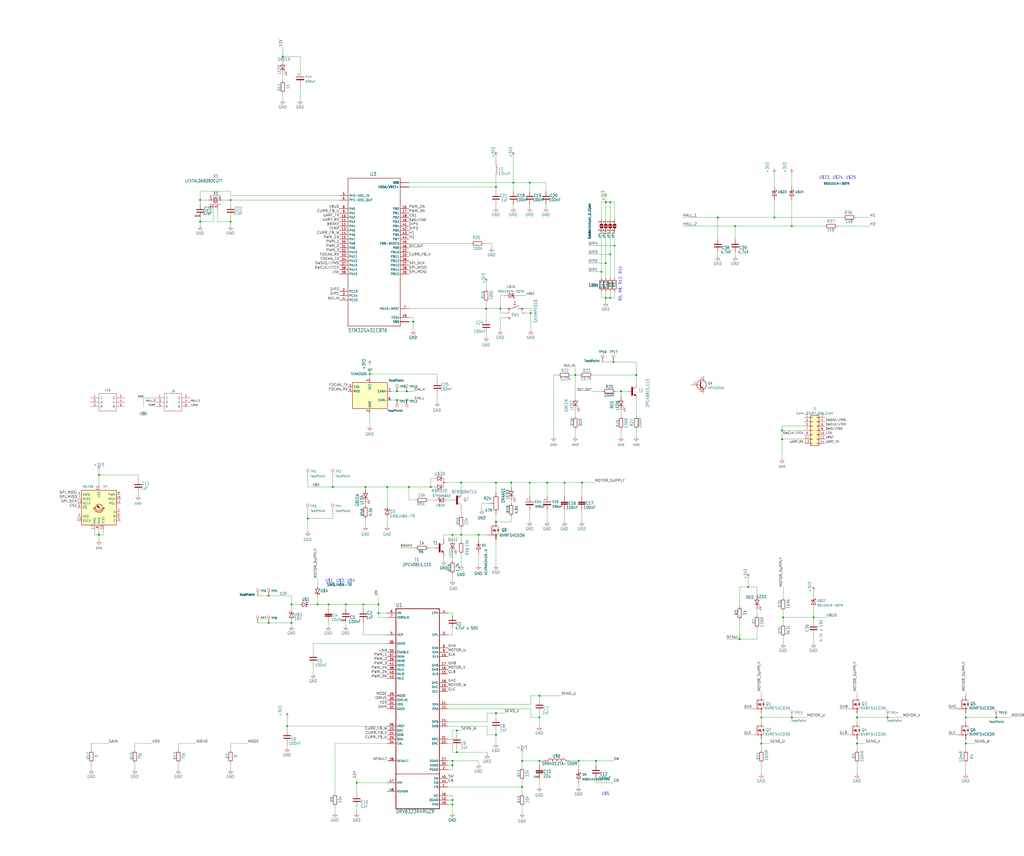
<source format=kicad_sch>
(kicad_sch (version 20210621) (generator eeschema)
  (paper "User" 597.865 499.923)
  (junction (at 57.785 277.495))
  (junction (at 57.785 312.42))
  (junction (at 116.84 116.84))
  (junction (at 116.84 129.54))
  (junction (at 134.62 116.84))
  (junction (at 134.62 129.54))
  (junction (at 156.845 347.98))
  (junction (at 156.845 363.855))
  (junction (at 165.1 33.02))
  (junction (at 167.64 424.18))
  (junction (at 170.18 353.06))
  (junction (at 170.18 363.855))
  (junction (at 179.705 302.895))
  (junction (at 185.42 353.06))
  (junction (at 191.77 353.06))
  (junction (at 194.31 284.48))
  (junction (at 201.93 353.06))
  (junction (at 208.28 457.2))
  (junction (at 212.09 353.06))
  (junction (at 213.36 284.48))
  (junction (at 215.9 218.44))
  (junction (at 220.98 353.06))
  (junction (at 220.98 358.14))
  (junction (at 226.06 284.48))
  (junction (at 231.775 228.6))
  (junction (at 231.775 233.68))
  (junction (at 237.49 228.6))
  (junction (at 237.49 233.68))
  (junction (at 238.76 284.48))
  (junction (at 241.3 187.96))
  (junction (at 251.46 284.48))
  (junction (at 264.16 312.42))
  (junction (at 264.16 444.5))
  (junction (at 264.16 447.04))
  (junction (at 264.16 467.36))
  (junction (at 264.16 469.9))
  (junction (at 266.7 426.72))
  (junction (at 266.7 439.42))
  (junction (at 269.24 281.94))
  (junction (at 269.24 312.42))
  (junction (at 279.4 312.42))
  (junction (at 283.845 180.34))
  (junction (at 289.56 109.22))
  (junction (at 289.56 281.94))
  (junction (at 289.56 304.8))
  (junction (at 289.56 416.56))
  (junction (at 289.56 429.26))
  (junction (at 292.1 180.34))
  (junction (at 298.45 281.94))
  (junction (at 299.72 106.68))
  (junction (at 304.8 444.5))
  (junction (at 304.8 459.74))
  (junction (at 309.245 106.68))
  (junction (at 309.245 281.94))
  (junction (at 309.88 182.88))
  (junction (at 314.96 406.4))
  (junction (at 314.96 419.1))
  (junction (at 314.96 444.5))
  (junction (at 319.405 281.94))
  (junction (at 329.565 281.94))
  (junction (at 335.915 219.075))
  (junction (at 337.82 444.5))
  (junction (at 339.725 281.94))
  (junction (at 347.98 444.5))
  (junction (at 351.155 158.75))
  (junction (at 353.695 118.11))
  (junction (at 353.695 153.67))
  (junction (at 353.695 173.99))
  (junction (at 356.235 118.11))
  (junction (at 356.235 148.59))
  (junction (at 356.235 173.99))
  (junction (at 358.14 211.455))
  (junction (at 358.775 143.51))
  (junction (at 362.585 228.6))
  (junction (at 371.475 219.075))
  (junction (at 419.1 127))
  (junction (at 429.26 132.08))
  (junction (at 431.8 373.38))
  (junction (at 436.88 342.9))
  (junction (at 444.5 419.1))
  (junction (at 444.5 434.34))
  (junction (at 452.12 127))
  (junction (at 456.565 251.46))
  (junction (at 456.565 256.54))
  (junction (at 457.2 360.68))
  (junction (at 462.28 132.08))
  (junction (at 462.28 419.1))
  (junction (at 474.98 360.68))
  (junction (at 500.38 419.1))
  (junction (at 500.38 434.34))
  (junction (at 518.16 419.1))
  (junction (at 563.88 419.1))
  (junction (at 563.88 434.34))
  (junction (at 581.66 419.1))
  (wire (pts (xy 53.34 434.34) (xy 53.34 438.15)))
  (wire (pts (xy 53.34 445.77) (xy 53.34 449.58)))
  (wire (pts (xy 55.245 309.245) (xy 55.245 312.42)))
  (wire (pts (xy 55.245 312.42) (xy 57.785 312.42)))
  (wire (pts (xy 57.785 274.955) (xy 57.785 277.495)))
  (wire (pts (xy 57.785 277.495) (xy 57.785 283.845)))
  (wire (pts (xy 57.785 312.42) (xy 57.785 309.245)))
  (wire (pts (xy 57.785 312.42) (xy 57.785 315.595)))
  (wire (pts (xy 60.325 309.245) (xy 60.325 312.42)))
  (wire (pts (xy 60.325 312.42) (xy 57.785 312.42)))
  (wire (pts (xy 63.5 434.34) (xy 53.34 434.34)))
  (wire (pts (xy 78.74 434.34) (xy 78.74 438.15)))
  (wire (pts (xy 78.74 445.77) (xy 78.74 449.58)))
  (wire (pts (xy 80.645 277.495) (xy 57.785 277.495)))
  (wire (pts (xy 80.645 280.035) (xy 80.645 277.495)))
  (wire (pts (xy 80.645 287.655) (xy 80.645 289.56)))
  (wire (pts (xy 83.82 232.41) (xy 83.82 237.49)))
  (wire (pts (xy 83.82 232.41) (xy 90.805 232.41)))
  (wire (pts (xy 88.9 434.34) (xy 78.74 434.34)))
  (wire (pts (xy 104.14 434.34) (xy 104.14 438.15)))
  (wire (pts (xy 104.14 445.77) (xy 104.14 449.58)))
  (wire (pts (xy 114.3 434.34) (xy 104.14 434.34)))
  (wire (pts (xy 116.84 111.76) (xy 116.84 116.84)))
  (wire (pts (xy 116.84 116.84) (xy 116.84 119.38)))
  (wire (pts (xy 116.84 116.84) (xy 121.92 116.84)))
  (wire (pts (xy 116.84 127) (xy 116.84 129.54)))
  (wire (pts (xy 116.84 129.54) (xy 116.84 132.08)))
  (wire (pts (xy 124.46 121.92) (xy 124.46 129.54)))
  (wire (pts (xy 124.46 129.54) (xy 116.84 129.54)))
  (wire (pts (xy 127 121.92) (xy 127 129.54)))
  (wire (pts (xy 127 129.54) (xy 134.62 129.54)))
  (wire (pts (xy 129.54 116.84) (xy 134.62 116.84)))
  (wire (pts (xy 134.62 111.76) (xy 116.84 111.76)))
  (wire (pts (xy 134.62 114.3) (xy 134.62 111.76)))
  (wire (pts (xy 134.62 116.84) (xy 134.62 119.38)))
  (wire (pts (xy 134.62 116.84) (xy 198.12 116.84)))
  (wire (pts (xy 134.62 127) (xy 134.62 129.54)))
  (wire (pts (xy 134.62 129.54) (xy 134.62 132.08)))
  (wire (pts (xy 134.62 434.34) (xy 134.62 438.15)))
  (wire (pts (xy 134.62 445.77) (xy 134.62 449.58)))
  (wire (pts (xy 144.78 434.34) (xy 134.62 434.34)))
  (wire (pts (xy 150.495 347.98) (xy 156.845 347.98)))
  (wire (pts (xy 150.495 363.855) (xy 156.845 363.855)))
  (wire (pts (xy 156.845 347.98) (xy 170.18 347.98)))
  (wire (pts (xy 156.845 363.855) (xy 170.18 363.855)))
  (wire (pts (xy 165.1 33.02) (xy 165.1 27.305)))
  (wire (pts (xy 165.1 35.56) (xy 165.1 33.02)))
  (wire (pts (xy 165.1 43.18) (xy 165.1 46.99)))
  (wire (pts (xy 165.1 54.61) (xy 165.1 58.42)))
  (wire (pts (xy 167.64 424.18) (xy 167.64 419.1)))
  (wire (pts (xy 167.64 424.18) (xy 167.64 426.72)))
  (wire (pts (xy 167.64 434.34) (xy 167.64 436.88)))
  (wire (pts (xy 170.18 353.06) (xy 170.18 347.98)))
  (wire (pts (xy 170.18 356.87) (xy 170.18 353.06)))
  (wire (pts (xy 170.18 361.95) (xy 170.18 363.855)))
  (wire (pts (xy 170.18 363.855) (xy 170.18 365.76)))
  (wire (pts (xy 175.26 33.02) (xy 165.1 33.02)))
  (wire (pts (xy 175.26 41.91) (xy 175.26 33.02)))
  (wire (pts (xy 175.26 58.42) (xy 175.26 49.53)))
  (wire (pts (xy 175.26 353.06) (xy 170.18 353.06)))
  (wire (pts (xy 179.705 278.13) (xy 179.705 284.48)))
  (wire (pts (xy 179.705 284.48) (xy 194.31 284.48)))
  (wire (pts (xy 179.705 298.45) (xy 179.705 302.895)))
  (wire (pts (xy 179.705 302.895) (xy 179.705 310.515)))
  (wire (pts (xy 182.88 375.92) (xy 182.88 381)))
  (wire (pts (xy 182.88 388.62) (xy 182.88 393.7)))
  (wire (pts (xy 185.42 342.9) (xy 185.42 337.82)))
  (wire (pts (xy 185.42 353.06) (xy 180.34 353.06)))
  (wire (pts (xy 185.42 353.06) (xy 185.42 347.98)))
  (wire (pts (xy 191.77 353.06) (xy 185.42 353.06)))
  (wire (pts (xy 191.77 355.6) (xy 191.77 353.06)))
  (wire (pts (xy 191.77 365.76) (xy 191.77 363.22)))
  (wire (pts (xy 194.31 278.13) (xy 194.31 284.48)))
  (wire (pts (xy 194.31 284.48) (xy 213.36 284.48)))
  (wire (pts (xy 194.31 298.45) (xy 194.31 302.895)))
  (wire (pts (xy 194.31 302.895) (xy 179.705 302.895)))
  (wire (pts (xy 195.58 434.34) (xy 195.58 463.55)))
  (wire (pts (xy 195.58 471.17) (xy 195.58 474.98)))
  (wire (pts (xy 198.12 114.3) (xy 134.62 114.3)))
  (wire (pts (xy 201.93 353.06) (xy 191.77 353.06)))
  (wire (pts (xy 201.93 355.6) (xy 201.93 353.06)))
  (wire (pts (xy 201.93 363.22) (xy 201.93 365.76)))
  (wire (pts (xy 208.28 454.66) (xy 208.28 457.2)))
  (wire (pts (xy 208.28 457.2) (xy 208.28 463.55)))
  (wire (pts (xy 208.28 471.17) (xy 208.28 474.98)))
  (wire (pts (xy 212.09 353.06) (xy 201.93 353.06)))
  (wire (pts (xy 212.09 355.6) (xy 212.09 353.06)))
  (wire (pts (xy 212.09 363.22) (xy 212.09 370.84)))
  (wire (pts (xy 212.09 370.84) (xy 226.06 370.84)))
  (wire (pts (xy 213.36 284.48) (xy 226.06 284.48)))
  (wire (pts (xy 213.36 285.75) (xy 213.36 284.48)))
  (wire (pts (xy 213.36 293.37) (xy 213.36 295.275)))
  (wire (pts (xy 213.36 302.895) (xy 213.36 307.34)))
  (wire (pts (xy 215.9 218.44) (xy 215.9 215.9)))
  (wire (pts (xy 215.9 218.44) (xy 255.27 218.44)))
  (wire (pts (xy 215.9 220.98) (xy 215.9 218.44)))
  (wire (pts (xy 215.9 241.3) (xy 215.9 248.92)))
  (wire (pts (xy 220.98 353.06) (xy 212.09 353.06)))
  (wire (pts (xy 220.98 353.06) (xy 220.98 347.98)))
  (wire (pts (xy 220.98 358.14) (xy 220.98 353.06)))
  (wire (pts (xy 220.98 358.14) (xy 220.98 360.68)))
  (wire (pts (xy 220.98 360.68) (xy 226.06 360.68)))
  (wire (pts (xy 226.06 284.48) (xy 238.76 284.48)))
  (wire (pts (xy 226.06 296.545) (xy 226.06 284.48)))
  (wire (pts (xy 226.06 301.625) (xy 226.06 307.34)))
  (wire (pts (xy 226.06 358.14) (xy 220.98 358.14)))
  (wire (pts (xy 226.06 375.92) (xy 182.88 375.92)))
  (wire (pts (xy 226.06 424.18) (xy 167.64 424.18)))
  (wire (pts (xy 226.06 434.34) (xy 195.58 434.34)))
  (wire (pts (xy 226.06 457.2) (xy 208.28 457.2)))
  (wire (pts (xy 228.6 228.6) (xy 231.775 228.6)))
  (wire (pts (xy 228.6 233.68) (xy 231.775 233.68)))
  (wire (pts (xy 231.775 228.6) (xy 237.49 228.6)))
  (wire (pts (xy 231.775 233.68) (xy 237.49 233.68)))
  (wire (pts (xy 233.68 320.04) (xy 242.57 320.04)))
  (wire (pts (xy 237.49 228.6) (xy 241.935 228.6)))
  (wire (pts (xy 237.49 233.68) (xy 241.935 233.68)))
  (wire (pts (xy 238.76 106.68) (xy 299.72 106.68)))
  (wire (pts (xy 238.76 109.22) (xy 289.56 109.22)))
  (wire (pts (xy 238.76 142.24) (xy 274.955 142.24)))
  (wire (pts (xy 238.76 180.34) (xy 283.845 180.34)))
  (wire (pts (xy 238.76 185.42) (xy 241.3 185.42)))
  (wire (pts (xy 238.76 187.96) (xy 241.3 187.96)))
  (wire (pts (xy 238.76 292.1) (xy 238.76 284.48)))
  (wire (pts (xy 238.76 292.1) (xy 242.57 292.1)))
  (wire (pts (xy 241.3 185.42) (xy 241.3 187.96)))
  (wire (pts (xy 241.3 187.96) (xy 241.3 193.04)))
  (wire (pts (xy 250.19 292.1) (xy 254 292.1)))
  (wire (pts (xy 250.19 320.04) (xy 254 320.04)))
  (wire (pts (xy 251.46 279.4) (xy 254 279.4)))
  (wire (pts (xy 251.46 284.48) (xy 238.76 284.48)))
  (wire (pts (xy 251.46 284.48) (xy 251.46 279.4)))
  (wire (pts (xy 254 284.48) (xy 251.46 284.48)))
  (wire (pts (xy 255.27 222.25) (xy 255.27 218.44)))
  (wire (pts (xy 255.27 229.87) (xy 255.27 234.95)))
  (wire (pts (xy 259.08 312.42) (xy 264.16 312.42)))
  (wire (pts (xy 259.08 314.96) (xy 259.08 312.42)))
  (wire (pts (xy 259.08 327.66) (xy 259.08 325.12)))
  (wire (pts (xy 261.62 281.94) (xy 269.24 281.94)))
  (wire (pts (xy 261.62 292.1) (xy 264.16 292.1)))
  (wire (pts (xy 261.62 370.84) (xy 264.16 370.84)))
  (wire (pts (xy 261.62 411.48) (xy 309.88 411.48)))
  (wire (pts (xy 261.62 414.02) (xy 309.88 414.02)))
  (wire (pts (xy 261.62 421.64) (xy 284.48 421.64)))
  (wire (pts (xy 261.62 424.18) (xy 284.48 424.18)))
  (wire (pts (xy 261.62 431.8) (xy 264.16 431.8)))
  (wire (pts (xy 261.62 434.34) (xy 264.16 434.34)))
  (wire (pts (xy 261.62 444.5) (xy 264.16 444.5)))
  (wire (pts (xy 261.62 447.04) (xy 264.16 447.04)))
  (wire (pts (xy 261.62 449.58) (xy 264.16 449.58)))
  (wire (pts (xy 261.62 459.74) (xy 304.8 459.74)))
  (wire (pts (xy 261.62 464.82) (xy 264.16 464.82)))
  (wire (pts (xy 261.62 467.36) (xy 264.16 467.36)))
  (wire (pts (xy 261.62 469.9) (xy 264.16 469.9)))
  (wire (pts (xy 264.16 312.42) (xy 264.16 314.96)))
  (wire (pts (xy 264.16 312.42) (xy 269.24 312.42)))
  (wire (pts (xy 264.16 322.58) (xy 264.16 327.66)))
  (wire (pts (xy 264.16 335.28) (xy 264.16 339.09)))
  (wire (pts (xy 264.16 358.14) (xy 261.62 358.14)))
  (wire (pts (xy 264.16 360.68) (xy 264.16 358.14)))
  (wire (pts (xy 264.16 370.84) (xy 264.16 368.3)))
  (wire (pts (xy 264.16 426.72) (xy 266.7 426.72)))
  (wire (pts (xy 264.16 431.8) (xy 264.16 426.72)))
  (wire (pts (xy 264.16 434.34) (xy 264.16 439.42)))
  (wire (pts (xy 264.16 439.42) (xy 266.7 439.42)))
  (wire (pts (xy 264.16 444.5) (xy 279.4 444.5)))
  (wire (pts (xy 264.16 447.04) (xy 264.16 444.5)))
  (wire (pts (xy 264.16 449.58) (xy 264.16 447.04)))
  (wire (pts (xy 264.16 464.82) (xy 264.16 467.36)))
  (wire (pts (xy 264.16 467.36) (xy 264.16 469.9)))
  (wire (pts (xy 264.16 469.9) (xy 264.16 474.98)))
  (wire (pts (xy 266.7 426.72) (xy 266.7 429.26)))
  (wire (pts (xy 266.7 426.72) (xy 269.24 426.72)))
  (wire (pts (xy 266.7 439.42) (xy 266.7 436.88)))
  (wire (pts (xy 266.7 439.42) (xy 284.48 439.42)))
  (wire (pts (xy 269.24 281.94) (xy 269.24 287.02)))
  (wire (pts (xy 269.24 281.94) (xy 289.56 281.94)))
  (wire (pts (xy 269.24 297.18) (xy 269.24 300.99)))
  (wire (pts (xy 269.24 308.61) (xy 269.24 312.42)))
  (wire (pts (xy 269.24 312.42) (xy 269.24 316.23)))
  (wire (pts (xy 269.24 312.42) (xy 279.4 312.42)))
  (wire (pts (xy 269.24 323.85) (xy 269.24 330.2)))
  (wire (pts (xy 279.4 312.42) (xy 279.4 315.595)))
  (wire (pts (xy 279.4 312.42) (xy 284.48 312.42)))
  (wire (pts (xy 279.4 323.215) (xy 279.4 330.2)))
  (wire (pts (xy 279.4 444.5) (xy 279.4 446.405)))
  (wire (pts (xy 281.305 294.005) (xy 281.305 297.815)))
  (wire (pts (xy 281.305 294.005) (xy 285.75 294.005)))
  (wire (pts (xy 282.575 142.24) (xy 287.02 142.24)))
  (wire (pts (xy 283.845 165.1) (xy 283.845 168.91)))
  (wire (pts (xy 283.845 176.53) (xy 283.845 180.34)))
  (wire (pts (xy 283.845 180.34) (xy 283.845 186.69)))
  (wire (pts (xy 283.845 180.34) (xy 292.1 180.34)))
  (wire (pts (xy 283.845 194.31) (xy 283.845 196.85)))
  (wire (pts (xy 284.48 416.56) (xy 289.56 416.56)))
  (wire (pts (xy 284.48 421.64) (xy 284.48 416.56)))
  (wire (pts (xy 284.48 424.18) (xy 284.48 429.26)))
  (wire (pts (xy 284.48 429.26) (xy 289.56 429.26)))
  (wire (pts (xy 284.48 439.42) (xy 284.48 440.69)))
  (wire (pts (xy 287.02 142.24) (xy 287.02 144.78)))
  (wire (pts (xy 289.56 93.98) (xy 289.56 91.44)))
  (wire (pts (xy 289.56 109.22) (xy 289.56 104.14)))
  (wire (pts (xy 289.56 109.22) (xy 289.56 111.76)))
  (wire (pts (xy 289.56 119.38) (xy 289.56 121.285)))
  (wire (pts (xy 289.56 281.94) (xy 289.56 287.655)))
  (wire (pts (xy 289.56 281.94) (xy 298.45 281.94)))
  (wire (pts (xy 289.56 300.355) (xy 289.56 304.8)))
  (wire (pts (xy 289.56 314.96) (xy 289.56 330.2)))
  (wire (pts (xy 289.56 416.56) (xy 289.56 419.1)))
  (wire (pts (xy 289.56 416.56) (xy 294.64 416.56)))
  (wire (pts (xy 289.56 429.26) (xy 289.56 426.72)))
  (wire (pts (xy 289.56 429.26) (xy 289.56 434.34)))
  (wire (pts (xy 292.1 172.72) (xy 294.64 172.72)))
  (wire (pts (xy 292.1 180.34) (xy 292.1 172.72)))
  (wire (pts (xy 292.1 180.34) (xy 292.1 182.88)))
  (wire (pts (xy 292.1 180.34) (xy 294.64 180.34)))
  (wire (pts (xy 292.1 182.88) (xy 294.64 182.88)))
  (wire (pts (xy 292.1 185.42) (xy 292.1 193.04)))
  (wire (pts (xy 294.64 185.42) (xy 292.1 185.42)))
  (wire (pts (xy 298.45 281.94) (xy 298.45 284.48)))
  (wire (pts (xy 298.45 281.94) (xy 309.245 281.94)))
  (wire (pts (xy 298.45 292.1) (xy 298.45 294.005)))
  (wire (pts (xy 298.45 301.625) (xy 298.45 304.8)))
  (wire (pts (xy 298.45 304.8) (xy 289.56 304.8)))
  (wire (pts (xy 299.72 91.44) (xy 299.72 106.68)))
  (wire (pts (xy 299.72 106.68) (xy 299.72 111.76)))
  (wire (pts (xy 299.72 106.68) (xy 309.245 106.68)))
  (wire (pts (xy 299.72 119.38) (xy 299.72 121.285)))
  (wire (pts (xy 302.26 172.72) (xy 307.34 172.72)))
  (wire (pts (xy 304.8 440.055) (xy 304.8 444.5)))
  (wire (pts (xy 304.8 444.5) (xy 304.8 448.31)))
  (wire (pts (xy 304.8 444.5) (xy 314.96 444.5)))
  (wire (pts (xy 304.8 455.93) (xy 304.8 459.74)))
  (wire (pts (xy 304.8 459.74) (xy 304.8 463.55)))
  (wire (pts (xy 304.8 471.17) (xy 304.8 474.98)))
  (wire (pts (xy 307.34 180.34) (xy 309.88 180.34)))
  (wire (pts (xy 307.34 182.88) (xy 309.88 182.88)))
  (wire (pts (xy 309.245 106.68) (xy 309.245 111.76)))
  (wire (pts (xy 309.245 106.68) (xy 318.77 106.68)))
  (wire (pts (xy 309.245 121.285) (xy 309.245 119.38)))
  (wire (pts (xy 309.245 281.94) (xy 319.405 281.94)))
  (wire (pts (xy 309.245 290.195) (xy 309.245 281.94)))
  (wire (pts (xy 309.245 297.815) (xy 309.245 304.8)))
  (wire (pts (xy 309.88 180.34) (xy 309.88 182.88)))
  (wire (pts (xy 309.88 182.88) (xy 309.88 193.04)))
  (wire (pts (xy 309.88 406.4) (xy 314.96 406.4)))
  (wire (pts (xy 309.88 411.48) (xy 309.88 406.4)))
  (wire (pts (xy 309.88 414.02) (xy 309.88 419.1)))
  (wire (pts (xy 309.88 419.1) (xy 314.96 419.1)))
  (wire (pts (xy 314.96 406.4) (xy 314.96 408.94)))
  (wire (pts (xy 314.96 406.4) (xy 327.66 406.4)))
  (wire (pts (xy 314.96 419.1) (xy 314.96 416.56)))
  (wire (pts (xy 314.96 424.18) (xy 314.96 419.1)))
  (wire (pts (xy 314.96 444.5) (xy 317.5 444.5)))
  (wire (pts (xy 314.96 447.04) (xy 314.96 444.5)))
  (wire (pts (xy 314.96 454.66) (xy 314.96 459.74)))
  (wire (pts (xy 318.77 106.68) (xy 318.77 111.76)))
  (wire (pts (xy 318.77 121.285) (xy 318.77 119.38)))
  (wire (pts (xy 319.405 281.94) (xy 329.565 281.94)))
  (wire (pts (xy 319.405 290.195) (xy 319.405 281.94)))
  (wire (pts (xy 319.405 297.815) (xy 319.405 304.8)))
  (wire (pts (xy 323.215 219.075) (xy 323.215 255.27)))
  (wire (pts (xy 323.215 219.075) (xy 325.755 219.075)))
  (wire (pts (xy 329.565 281.94) (xy 339.725 281.94)))
  (wire (pts (xy 329.565 290.195) (xy 329.565 281.94)))
  (wire (pts (xy 329.565 297.815) (xy 329.565 304.8)))
  (wire (pts (xy 332.74 444.5) (xy 337.82 444.5)))
  (wire (pts (xy 333.375 219.075) (xy 335.915 219.075)))
  (wire (pts (xy 335.915 214.63) (xy 335.915 219.075)))
  (wire (pts (xy 335.915 219.075) (xy 335.915 231.775)))
  (wire (pts (xy 335.915 219.075) (xy 338.455 219.075)))
  (wire (pts (xy 335.915 239.395) (xy 335.915 243.205)))
  (wire (pts (xy 335.915 250.825) (xy 335.915 255.27)))
  (wire (pts (xy 337.82 444.5) (xy 337.82 449.58)))
  (wire (pts (xy 337.82 444.5) (xy 347.98 444.5)))
  (wire (pts (xy 337.82 457.2) (xy 337.82 459.74)))
  (wire (pts (xy 339.725 281.94) (xy 347.345 281.94)))
  (wire (pts (xy 339.725 290.195) (xy 339.725 281.94)))
  (wire (pts (xy 339.725 297.815) (xy 339.725 304.8)))
  (wire (pts (xy 343.535 143.51) (xy 358.775 143.51)))
  (wire (pts (xy 345.44 228.6) (xy 351.79 228.6)))
  (wire (pts (xy 346.075 219.075) (xy 371.475 219.075)))
  (wire (pts (xy 347.98 444.5) (xy 358.14 444.5)))
  (wire (pts (xy 347.98 447.04) (xy 347.98 444.5)))
  (wire (pts (xy 347.98 454.66) (xy 347.98 457.2)))
  (wire (pts (xy 347.98 457.2) (xy 358.14 457.2)))
  (wire (pts (xy 351.155 118.11) (xy 351.155 128.27)))
  (wire (pts (xy 351.155 118.11) (xy 353.695 118.11)))
  (wire (pts (xy 351.155 158.75) (xy 343.535 158.75)))
  (wire (pts (xy 351.155 158.75) (xy 351.155 135.89)))
  (wire (pts (xy 351.155 158.75) (xy 351.155 162.56)))
  (wire (pts (xy 351.155 170.18) (xy 351.155 173.99)))
  (wire (pts (xy 351.155 173.99) (xy 353.695 173.99)))
  (wire (pts (xy 351.79 211.455) (xy 358.14 211.455)))
  (wire (pts (xy 353.695 118.11) (xy 353.695 115.57)))
  (wire (pts (xy 353.695 118.11) (xy 356.235 118.11)))
  (wire (pts (xy 353.695 128.27) (xy 353.695 118.11)))
  (wire (pts (xy 353.695 135.89) (xy 353.695 153.67)))
  (wire (pts (xy 353.695 153.67) (xy 343.535 153.67)))
  (wire (pts (xy 353.695 153.67) (xy 353.695 162.56)))
  (wire (pts (xy 353.695 170.18) (xy 353.695 173.99)))
  (wire (pts (xy 353.695 176.53) (xy 353.695 173.99)))
  (wire (pts (xy 356.235 118.11) (xy 356.235 128.27)))
  (wire (pts (xy 356.235 118.11) (xy 358.775 118.11)))
  (wire (pts (xy 356.235 148.59) (xy 343.535 148.59)))
  (wire (pts (xy 356.235 148.59) (xy 356.235 135.89)))
  (wire (pts (xy 356.235 148.59) (xy 356.235 162.56)))
  (wire (pts (xy 356.235 170.18) (xy 356.235 173.99)))
  (wire (pts (xy 356.235 173.99) (xy 353.695 173.99)))
  (wire (pts (xy 356.235 173.99) (xy 358.775 173.99)))
  (wire (pts (xy 358.14 211.455) (xy 371.475 211.455)))
  (wire (pts (xy 358.775 118.11) (xy 358.775 128.27)))
  (wire (pts (xy 358.775 135.89) (xy 358.775 143.51)))
  (wire (pts (xy 358.775 143.51) (xy 358.775 162.56)))
  (wire (pts (xy 358.775 170.18) (xy 358.775 173.99)))
  (wire (pts (xy 359.41 228.6) (xy 362.585 228.6)))
  (wire (pts (xy 362.585 228.6) (xy 362.585 231.775)))
  (wire (pts (xy 362.585 228.6) (xy 366.395 228.6)))
  (wire (pts (xy 362.585 239.395) (xy 362.585 243.205)))
  (wire (pts (xy 362.585 250.825) (xy 362.585 255.27)))
  (wire (pts (xy 371.475 211.455) (xy 371.475 219.075)))
  (wire (pts (xy 371.475 219.075) (xy 371.475 223.52)))
  (wire (pts (xy 371.475 233.68) (xy 371.475 243.205)))
  (wire (pts (xy 371.475 250.825) (xy 371.475 255.27)))
  (wire (pts (xy 398.78 132.08) (xy 429.26 132.08)))
  (wire (pts (xy 419.1 127) (xy 398.78 127)))
  (wire (pts (xy 419.1 139.7) (xy 419.1 127)))
  (wire (pts (xy 419.1 149.86) (xy 419.1 147.32)))
  (wire (pts (xy 429.26 132.08) (xy 462.28 132.08)))
  (wire (pts (xy 429.26 139.7) (xy 429.26 132.08)))
  (wire (pts (xy 429.26 149.86) (xy 429.26 147.32)))
  (wire (pts (xy 431.8 342.9) (xy 431.8 354.33)))
  (wire (pts (xy 431.8 361.95) (xy 431.8 373.38)))
  (wire (pts (xy 431.8 373.38) (xy 424.18 373.38)))
  (wire (pts (xy 436.88 337.82) (xy 436.88 342.9)))
  (wire (pts (xy 436.88 342.9) (xy 431.8 342.9)))
  (wire (pts (xy 439.42 414.02) (xy 434.34 414.02)))
  (wire (pts (xy 439.42 429.26) (xy 434.34 429.26)))
  (wire (pts (xy 441.96 342.9) (xy 436.88 342.9)))
  (wire (pts (xy 441.96 347.98) (xy 441.96 342.9)))
  (wire (pts (xy 441.96 355.6) (xy 441.96 359.41)))
  (wire (pts (xy 441.96 367.03) (xy 441.96 373.38)))
  (wire (pts (xy 441.96 373.38) (xy 431.8 373.38)))
  (wire (pts (xy 444.5 406.4) (xy 444.5 403.86)))
  (wire (pts (xy 444.5 416.56) (xy 444.5 419.1)))
  (wire (pts (xy 444.5 419.1) (xy 444.5 421.64)))
  (wire (pts (xy 444.5 419.1) (xy 462.28 419.1)))
  (wire (pts (xy 444.5 431.8) (xy 444.5 434.34)))
  (wire (pts (xy 444.5 434.34) (xy 444.5 438.15)))
  (wire (pts (xy 444.5 434.34) (xy 449.58 434.34)))
  (wire (pts (xy 444.5 445.77) (xy 444.5 452.12)))
  (wire (pts (xy 452.12 101.6) (xy 452.12 109.22)))
  (wire (pts (xy 452.12 116.84) (xy 452.12 127)))
  (wire (pts (xy 452.12 127) (xy 419.1 127)))
  (wire (pts (xy 452.12 127) (xy 492.125 127)))
  (wire (pts (xy 456.565 248.92) (xy 456.565 251.46)))
  (wire (pts (xy 456.565 248.92) (xy 469.265 248.92)))
  (wire (pts (xy 456.565 251.46) (xy 456.565 256.54)))
  (wire (pts (xy 456.565 251.46) (xy 469.265 251.46)))
  (wire (pts (xy 456.565 256.54) (xy 456.565 267.97)))
  (wire (pts (xy 456.565 256.54) (xy 469.265 256.54)))
  (wire (pts (xy 457.2 342.9) (xy 457.2 349.25)))
  (wire (pts (xy 457.2 356.87) (xy 457.2 360.68)))
  (wire (pts (xy 457.2 360.68) (xy 457.2 364.49)))
  (wire (pts (xy 457.2 360.68) (xy 474.98 360.68)))
  (wire (pts (xy 457.2 372.11) (xy 457.2 375.92)))
  (wire (pts (xy 462.28 101.6) (xy 462.28 109.22)))
  (wire (pts (xy 462.28 116.84) (xy 462.28 132.08)))
  (wire (pts (xy 462.28 132.08) (xy 481.33 132.08)))
  (wire (pts (xy 462.28 419.1) (xy 471.17 419.1)))
  (wire (pts (xy 474.98 345.44) (xy 474.98 347.98)))
  (wire (pts (xy 474.98 360.68) (xy 474.98 355.6)))
  (wire (pts (xy 474.98 360.68) (xy 474.98 363.22)))
  (wire (pts (xy 474.98 360.68) (xy 482.6 360.68)))
  (wire (pts (xy 474.98 370.84) (xy 474.98 375.92)))
  (wire (pts (xy 488.95 132.08) (xy 508 132.08)))
  (wire (pts (xy 495.3 414.02) (xy 490.22 414.02)))
  (wire (pts (xy 495.3 429.26) (xy 490.22 429.26)))
  (wire (pts (xy 499.745 127) (xy 508 127)))
  (wire (pts (xy 500.38 406.4) (xy 500.38 403.86)))
  (wire (pts (xy 500.38 416.56) (xy 500.38 419.1)))
  (wire (pts (xy 500.38 419.1) (xy 500.38 421.64)))
  (wire (pts (xy 500.38 419.1) (xy 518.16 419.1)))
  (wire (pts (xy 500.38 431.8) (xy 500.38 434.34)))
  (wire (pts (xy 500.38 434.34) (xy 500.38 438.15)))
  (wire (pts (xy 500.38 434.34) (xy 505.46 434.34)))
  (wire (pts (xy 500.38 445.77) (xy 500.38 452.12)))
  (wire (pts (xy 518.16 419.1) (xy 527.05 419.1)))
  (wire (pts (xy 558.8 414.02) (xy 553.72 414.02)))
  (wire (pts (xy 558.8 429.26) (xy 553.72 429.26)))
  (wire (pts (xy 563.88 406.4) (xy 563.88 403.86)))
  (wire (pts (xy 563.88 416.56) (xy 563.88 419.1)))
  (wire (pts (xy 563.88 419.1) (xy 563.88 421.64)))
  (wire (pts (xy 563.88 419.1) (xy 581.66 419.1)))
  (wire (pts (xy 563.88 431.8) (xy 563.88 434.34)))
  (wire (pts (xy 563.88 434.34) (xy 563.88 438.15)))
  (wire (pts (xy 563.88 434.34) (xy 568.96 434.34)))
  (wire (pts (xy 563.88 445.77) (xy 563.88 452.12)))
  (wire (pts (xy 581.66 419.1) (xy 590.55 419.1)))
  (text "X1" (at 124.46 104.14 180) (effects (font (size 1.778 1.5113)) (justify left bottom)))
  (text "U$1, U$3, U$4" (at 189.865 340.36 180) (effects (font (size 1.778 1.5113)) (justify left bottom)))
  (text "T1" (at 241.935 328.295 180) (effects (font (size 1.778 1.5113)) (justify left bottom)))
  (text "U$5" (at 351.155 464.82 180) (effects (font (size 1.778 1.5113)) (justify left bottom)))
  (text "R5, R8, R12, R14" (at 363.22 155.575 270) (effects (font (size 1.778 1.5113)) (justify right bottom)))
  (text "U$23, U$24, U$25" (at 478.155 104.775 180) (effects (font (size 1.778 1.5113)) (justify left bottom)))
  (label "SPI_MOSI" (at 45.085 288.925 180) (effects (font (size 1.5113 1.5113))))
  (label "SPI_MISO" (at 45.085 291.465 180) (effects (font (size 1.5113 1.5113))))
  (label "SPI_SCK" (at 45.085 294.005 180) (effects (font (size 1.5113 1.5113))))
  (label "CS1" (at 45.085 296.545 180) (effects (font (size 1.5113 1.5113))))
  (label "GAIN" (at 63.5 434.34 0) (effects (font (size 1.5113 1.5113))))
  (label "GND" (at 83.82 232.41 180) (effects (font (size 1.016 1.016))))
  (label "VDS" (at 88.9 434.34 0) (effects (font (size 1.5113 1.5113))))
  (label "HALL_2" (at 90.805 234.95 180) (effects (font (size 1.0795 1.0795))))
  (label "TEMP" (at 90.805 237.49 180) (effects (font (size 1.0795 1.0795))))
  (label "HALL_1" (at 111.125 234.95 0) (effects (font (size 1.0795 1.0795))))
  (label "+3V3" (at 111.125 237.49 0) (effects (font (size 1.016 1.016))))
  (label "IDRIVE" (at 114.3 434.34 0) (effects (font (size 1.5113 1.5113))))
  (label "GND" (at 116.84 127 180) (effects (font (size 1.016 1.016))))
  (label "MODE" (at 144.78 434.34 0) (effects (font (size 1.5113 1.5113))))
  (label "12V" (at 165.1 27.305 90) (effects (font (size 1.5113 1.5113))))
  (label "12V" (at 167.64 347.98 180) (effects (font (size 1.5113 1.5113))))
  (label "MOTOR_SUPPLY" (at 185.42 337.82 90) (effects (font (size 1.5113 1.5113))))
  (label "48V" (at 186.69 284.48 180) (effects (font (size 1.5113 1.5113))))
  (label "VBUS" (at 198.12 121.92 180) (effects (font (size 1.5113 1.5113))))
  (label "CURR_FB_U" (at 198.12 124.46 180) (effects (font (size 1.5113 1.5113))))
  (label "UART_TX" (at 198.12 127 180) (effects (font (size 1.5113 1.5113))))
  (label "UART_RX" (at 198.12 129.54 180) (effects (font (size 1.5113 1.5113))))
  (label "BRAKE" (at 198.12 132.08 180) (effects (font (size 1.5113 1.5113))))
  (label "TEMP" (at 198.12 134.62 180) (effects (font (size 1.5113 1.5113))))
  (label "CURR_FB_W" (at 198.12 137.16 180) (effects (font (size 1.5113 1.5113))))
  (label "PWM_1N" (at 198.12 139.7 180) (effects (font (size 1.5113 1.5113))))
  (label "PWM_1" (at 198.12 142.24 180) (effects (font (size 1.5113 1.5113))))
  (label "PWM_2" (at 198.12 144.78 180) (effects (font (size 1.5113 1.5113))))
  (label "PWM_3" (at 198.12 147.32 180) (effects (font (size 1.5113 1.5113))))
  (label "FDCAN_RX" (at 198.12 149.86 180) (effects (font (size 1.5113 1.5113))))
  (label "FDCAN_TX" (at 198.12 152.4 180) (effects (font (size 1.5113 1.5113))))
  (label "SWDIO{slash}JTMS" (at 198.12 154.94 180) (effects (font (size 1.5113 1.5113))))
  (label "SWCLK{slash}JTCK" (at 198.12 157.48 180) (effects (font (size 1.5113 1.5113))))
  (label "JTDI" (at 198.12 160.02 180))
  (label "DIP2" (at 198.12 170.18 180) (effects (font (size 1.5113 1.5113))))
  (label "DIP1" (at 198.12 172.72 180) (effects (font (size 1.5113 1.5113))))
  (label "SEC_IN" (at 198.12 175.26 180))
  (label "GND" (at 201.93 363.22 180) (effects (font (size 1.016 1.016))))
  (label "FDCAN_TX" (at 203.2 226.06 180) (effects (font (size 1.5113 1.5113))))
  (label "FDCAN_RX" (at 203.2 228.6 180) (effects (font (size 1.5113 1.5113))))
  (label "12V" (at 208.28 454.66 90) (effects (font (size 1.5113 1.5113))))
  (label "VM" (at 220.98 347.98 90) (effects (font (size 1.5113 1.5113))))
  (label "+3V3" (at 226.06 381 180))
  (label "PWM_1" (at 226.06 383.54 180) (effects (font (size 1.5113 1.5113))))
  (label "PWM_2" (at 226.06 386.08 180) (effects (font (size 1.5113 1.5113))))
  (label "PWM_3" (at 226.06 388.62 180) (effects (font (size 1.5113 1.5113))))
  (label "PWM_1N" (at 226.06 391.16 180) (effects (font (size 1.5113 1.5113))))
  (label "PWM_2N" (at 226.06 393.7 180) (effects (font (size 1.5113 1.5113))))
  (label "PWM_3N" (at 226.06 396.24 180) (effects (font (size 1.5113 1.5113))))
  (label "MODE" (at 226.06 406.4 180) (effects (font (size 1.5113 1.5113))))
  (label "IDRIVE" (at 226.06 408.94 180) (effects (font (size 1.5113 1.5113))))
  (label "VDS" (at 226.06 411.48 180) (effects (font (size 1.5113 1.5113))))
  (label "GAIN" (at 226.06 414.02 180) (effects (font (size 1.5113 1.5113))))
  (label "CURR_FB_W" (at 226.06 426.72 180) (effects (font (size 1.5113 1.5113))))
  (label "CURR_FB_V" (at 226.06 429.26 180) (effects (font (size 1.5113 1.5113))))
  (label "CURR_FB_U" (at 226.06 431.8 180) (effects (font (size 1.5113 1.5113))))
  (label "NFAULT" (at 226.06 444.5 180) (effects (font (size 1.5113 1.5113))))
  (label "BRAKE" (at 233.68 320.04 0) (effects (font (size 1.5113 1.5113))))
  (label "PWM_2N" (at 238.76 121.92 0) (effects (font (size 1.5113 1.5113))))
  (label "PWM_3N" (at 238.76 124.46 0) (effects (font (size 1.5113 1.5113))))
  (label "CS1" (at 238.76 127 0) (effects (font (size 1.5113 1.5113))))
  (label "SWO{slash}JTDO" (at 238.76 129.54 0))
  (label "DIP4" (at 238.76 132.08 0) (effects (font (size 1.5113 1.5113))))
  (label "DIP3" (at 238.76 134.62 0) (effects (font (size 1.5113 1.5113))))
  (label "H1" (at 238.76 137.16 0) (effects (font (size 1.5113 1.5113))))
  (label "H2" (at 238.76 139.7 0) (effects (font (size 1.5113 1.5113))))
  (label "SEC_OUT" (at 238.76 144.78 0))
  (label "CURR_FB_V" (at 238.76 149.86 0) (effects (font (size 1.5113 1.5113))))
  (label "SPI_SCK" (at 238.76 154.94 0) (effects (font (size 1.5113 1.5113))))
  (label "SPI_MISO" (at 238.76 157.48 0) (effects (font (size 1.5113 1.5113))))
  (label "SPI_MOSI" (at 238.76 160.02 0) (effects (font (size 1.5113 1.5113))))
  (label "CAN_H" (at 241.935 228.6 0))
  (label "CAN_L" (at 241.935 233.68 0))
  (label "GHA" (at 261.62 378.46 0) (effects (font (size 1.5113 1.5113))))
  (label "MOTOR_U" (at 261.62 381 0) (effects (font (size 1.5113 1.5113))))
  (label "GLA" (at 261.62 383.54 0) (effects (font (size 1.5113 1.5113))))
  (label "GHB" (at 261.62 388.62 0) (effects (font (size 1.5113 1.5113))))
  (label "MOTOR_V" (at 261.62 391.16 0) (effects (font (size 1.5113 1.5113))))
  (label "GLB" (at 261.62 393.7 0) (effects (font (size 1.5113 1.5113))))
  (label "GHC" (at 261.62 398.78 0) (effects (font (size 1.5113 1.5113))))
  (label "MOTOR_W" (at 261.62 401.32 0) (effects (font (size 1.5113 1.5113))))
  (label "GLC" (at 261.62 403.86 0) (effects (font (size 1.5113 1.5113))))
  (label "SW" (at 261.62 454.66 0) (effects (font (size 1.5113 1.5113))))
  (label "CB" (at 261.62 457.2 0) (effects (font (size 1.5113 1.5113))))
  (label "SENS_W" (at 269.24 426.72 0) (effects (font (size 1.5113 1.5113))))
  (label "SENS_V" (at 294.64 416.56 0) (effects (font (size 1.5113 1.5113))))
  (label "nRST" (at 307.34 172.72 0))
  (label "GND" (at 314.96 454.66 180) (effects (font (size 1.016 1.016))))
  (label "SENS_U" (at 327.66 406.4 0) (effects (font (size 1.5113 1.5113))))
  (label "SEC_IN" (at 335.915 214.63 180))
  (label "DIP4" (at 343.535 143.51 0) (effects (font (size 1.5113 1.5113))))
  (label "DIP3" (at 343.535 148.59 0) (effects (font (size 1.5113 1.5113))))
  (label "DIP2" (at 343.535 153.67 0) (effects (font (size 1.5113 1.5113))))
  (label "DIP1" (at 343.535 158.75 0) (effects (font (size 1.5113 1.5113))))
  (label "SEC_OUT" (at 345.44 228.6 180))
  (label "MOTOR_SUPPLY" (at 347.345 281.94 0) (effects (font (size 1.5113 1.5113))))
  (label "SW" (at 358.14 444.5 0) (effects (font (size 1.5113 1.5113))))
  (label "CB" (at 358.14 457.2 0) (effects (font (size 1.5113 1.5113))))
  (label "HALL_1" (at 398.78 127 0) (effects (font (size 1.5113 1.5113))))
  (label "HALL_2" (at 398.78 132.08 0) (effects (font (size 1.5113 1.5113))))
  (label "NFAULT" (at 424.18 373.38 0) (effects (font (size 1.5113 1.5113))))
  (label "GHA" (at 434.34 414.02 0) (effects (font (size 1.5113 1.5113))))
  (label "GLA" (at 434.34 429.26 0) (effects (font (size 1.5113 1.5113))))
  (label "MOTOR_SUPPLY" (at 444.5 403.86 90) (effects (font (size 1.5113 1.5113))))
  (label "SENS_U" (at 449.58 434.34 0) (effects (font (size 1.5113 1.5113))))
  (label "MOTOR_SUPPLY" (at 457.2 342.9 90) (effects (font (size 1.5113 1.5113))))
  (label "SWCLK{slash}JTCK" (at 469.265 254 180))
  (label "UART_RX" (at 469.265 259.08 180))
  (label "MOTOR_U" (at 471.17 419.1 0) (effects (font (size 1.5113 1.5113))))
  (label "SWDIO{slash}JTMS" (at 481.965 246.38 0))
  (label "SWCLK{slash}JTCK" (at 481.965 248.92 0))
  (label "SWO{slash}JTDO" (at 481.965 251.46 0))
  (label "JTDI" (at 481.965 254 0))
  (label "nRST" (at 481.965 256.54 0))
  (label "UART_TX" (at 481.965 259.08 0))
  (label "VBUS" (at 482.6 360.68 0) (effects (font (size 1.5113 1.5113))))
  (label "GHB" (at 490.22 414.02 0) (effects (font (size 1.5113 1.5113))))
  (label "GLB" (at 490.22 429.26 0) (effects (font (size 1.5113 1.5113))))
  (label "MOTOR_SUPPLY" (at 500.38 403.86 90) (effects (font (size 1.5113 1.5113))))
  (label "SENS_V" (at 505.46 434.34 0) (effects (font (size 1.5113 1.5113))))
  (label "H1" (at 508 127 0) (effects (font (size 1.5113 1.5113))))
  (label "H2" (at 508 132.08 0) (effects (font (size 1.5113 1.5113))))
  (label "MOTOR_V" (at 527.05 419.1 0) (effects (font (size 1.5113 1.5113))))
  (label "GHC" (at 553.72 414.02 0) (effects (font (size 1.5113 1.5113))))
  (label "GLC" (at 553.72 429.26 0) (effects (font (size 1.5113 1.5113))))
  (label "MOTOR_SUPPLY" (at 563.88 403.86 90) (effects (font (size 1.5113 1.5113))))
  (label "SENS_W" (at 568.96 434.34 0) (effects (font (size 1.5113 1.5113))))
  (label "MOTOR_W" (at 590.55 419.1 0) (effects (font (size 1.5113 1.5113))))
  (symbol (lib_id "power:+3.3V") (at 57.785 274.955 0) (unit 1)
    (property "Reference" "#+3V0101" (effects hide))
    (property "Value" "+3V3" (at 54.61 272.415 0) (effects (font (size 1.778 1.5113)) (justify left bottom)))
  )
  (symbol (lib_id "power:+3.3V") (at 167.64 419.1 0) (unit 1)
    (property "Reference" "#+3V02" (effects hide))
    (property "Value" "+3V3" (at 164.465 418.465 90) (effects (font (size 1.778 1.5113)) (justify left bottom)))
  )
  (symbol (lib_id "power:+3.3V") (at 215.9 213.36 0) (unit 1)
    (property "Reference" "#+3V027" (effects hide))
    (property "Value" "+3V3" (at 213.36 215.9 90) (effects (font (size 1.778 1.5113)) (justify left bottom)))
  )
  (symbol (lib_id "power:+3.3V") (at 283.845 165.1 0) (unit 1)
    (property "Reference" "#+3V015" (effects hide))
    (property "Value" "+3V3" (at 283.21 165.735 90) (effects (font (size 1.778 1.5113)) (justify left bottom)))
  )
  (symbol (lib_id "power:+3.3V") (at 289.56 91.44 0) (unit 1)
    (property "Reference" "#+3V014" (effects hide))
    (property "Value" "+3V3" (at 288.925 92.075 90) (effects (font (size 1.778 1.5113)) (justify left bottom)))
  )
  (symbol (lib_id "power:+3.3V") (at 299.72 91.44 0) (unit 1)
    (property "Reference" "#+3V013" (effects hide))
    (property "Value" "+3V3" (at 299.085 92.075 90) (effects (font (size 1.778 1.5113)) (justify left bottom)))
  )
  (symbol (lib_id "power:+3.3V") (at 304.8 440.055 0) (unit 1)
    (property "Reference" "#+3V05" (effects hide))
    (property "Value" "+3V3" (at 301.625 437.515 0) (effects (font (size 1.778 1.5113)) (justify left bottom)))
  )
  (symbol (lib_id "power:+3.3V") (at 353.695 115.57 0) (unit 1)
    (property "Reference" "#+3V06" (effects hide))
    (property "Value" "+3V3" (at 353.06 117.475 90) (effects (font (size 1.778 1.5113)) (justify left bottom)))
  )
  (symbol (lib_id "power:+3.3V") (at 436.88 337.82 0) (unit 1)
    (property "Reference" "#+3V01" (effects hide))
    (property "Value" "+3V3" (at 436.245 338.455 90) (effects (font (size 1.778 1.5113)) (justify left bottom)))
  )
  (symbol (lib_id "power:+3.3V") (at 452.12 101.6 0) (unit 1)
    (property "Reference" "#+3V019" (effects hide))
    (property "Value" "+3V3" (at 448.945 100.965 90) (effects (font (size 1.778 1.5113)) (justify left bottom)))
  )
  (symbol (lib_id "power:+3.3V") (at 462.28 101.6 0) (unit 1)
    (property "Reference" "#+3V020" (effects hide))
    (property "Value" "+3V3" (at 459.105 100.965 90) (effects (font (size 1.778 1.5113)) (justify left bottom)))
  )
  (symbol (lib_id "power:+3.3V") (at 474.98 345.44 0) (unit 1)
    (property "Reference" "#+3V011" (effects hide))
    (property "Value" "+3V3" (at 473.71 346.075 90) (effects (font (size 1.778 1.5113)) (justify left bottom)))
  )
  (symbol (lib_id "Connector:TestPoint") (at 150.495 347.98 0) (unit 1)
    (property "Reference" "TP6" (at 151.8921 345.23 0) (effects (justify left)))
    (property "Value" "TestPoint" (at 139.8271 347.3701 0) (effects (justify left)))
    (property "Footprint" "Connector_Pin:Pin_D1.2mm_L11.3mm_W3.0mm_Flat" (effects hide))
  )
  (symbol (lib_id "Connector:TestPoint") (at 150.495 363.855 0) (unit 1)
    (property "Reference" "TP7" (at 151.8921 361.105 0) (effects (justify left)))
    (property "Value" "TestPoint" (at 139.8271 347.3701 0) (effects (justify left)))
    (property "Footprint" "Connector_Pin:Pin_D1.2mm_L11.3mm_W3.0mm_Flat" (effects hide))
  )
  (symbol (lib_id "Connector:TestPoint") (at 156.845 347.98 0) (unit 1)
    (property "Reference" "TP5" (at 158.2421 345.23 0) (effects (justify left)))
    (property "Value" "TestPoint" (at 139.8271 347.3701 0) (effects (justify left)))
    (property "Footprint" "Connector_Pin:Pin_D1.2mm_L11.3mm_W3.0mm_Flat" (effects hide))
  )
  (symbol (lib_id "Connector:TestPoint") (at 156.845 363.855 0) (unit 1)
    (property "Reference" "TP8" (at 158.2421 361.105 0) (effects (justify left)))
    (property "Value" "TestPoint" (at 139.8271 347.3701 0) (effects (justify left)))
    (property "Footprint" "Connector_Pin:Pin_D1.2mm_L11.3mm_W3.0mm_Flat" (effects hide))
  )
  (symbol (lib_id "Connector:TestPoint") (at 179.705 278.13 0) (unit 1)
    (property "Reference" "TP1" (at 181.1021 275.38 0) (effects (justify left)))
    (property "Value" "TestPoint" (at 181.1021 278.1551 0) (effects (justify left)))
    (property "Footprint" "Connector_Pin:Pin_D1.3mm_L11.3mm_W2.8mm_Flat" (effects hide))
  )
  (symbol (lib_id "Connector:TestPoint") (at 179.705 298.45 0) (unit 1)
    (property "Reference" "TP3" (at 181.1021 295.7 0) (effects (justify left)))
    (property "Value" "TestPoint" (at 181.1021 298.4751 0) (effects (justify left)))
    (property "Footprint" "Connector_Pin:Pin_D1.3mm_L11.3mm_W2.8mm_Flat" (effects hide))
  )
  (symbol (lib_id "Connector:TestPoint") (at 194.31 278.13 0) (unit 1)
    (property "Reference" "TP2" (at 195.7071 275.38 0) (effects (justify left)))
    (property "Value" "TestPoint" (at 195.7071 278.1551 0) (effects (justify left)))
    (property "Footprint" "Connector_Pin:Pin_D1.3mm_L11.3mm_W2.8mm_Flat" (effects hide))
  )
  (symbol (lib_id "Connector:TestPoint") (at 194.31 298.45 0) (unit 1)
    (property "Reference" "TP4" (at 195.7071 295.7 0) (effects (justify left)))
    (property "Value" "TestPoint" (at 195.7071 298.4751 0) (effects (justify left)))
    (property "Footprint" "Connector_Pin:Pin_D1.3mm_L11.3mm_W2.8mm_Flat" (effects hide))
  )
  (symbol (lib_id "Connector:TestPoint") (at 231.775 228.6 0) (unit 1)
    (property "Reference" "TP9" (at 233.1721 225.85 0) (effects (justify left)))
    (property "Value" "TestPoint" (at 226.8221 222.2751 0) (effects (justify left)))
    (property "Footprint" "Connector_Pin:Pin_D1.2mm_L11.3mm_W3.0mm_Flat" (effects hide))
  )
  (symbol (lib_id "Connector:TestPoint") (at 231.775 233.68 180) (unit 1)
    (property "Reference" "TP11" (at 233.1721 234.613 0) (effects (justify right)))
    (property "Value" "TestPoint" (at 226.1871 239.9281 0) (effects (justify right)))
    (property "Footprint" "Connector_Pin:Pin_D1.2mm_L11.3mm_W3.0mm_Flat" (effects hide))
  )
  (symbol (lib_id "Connector:TestPoint") (at 237.49 228.6 0) (unit 1)
    (property "Reference" "TP10" (at 238.8871 225.85 0) (effects (justify left)))
    (property "Value" "TestPoint" (at 226.8221 222.2751 0) (effects (justify left)))
    (property "Footprint" "Connector_Pin:Pin_D1.2mm_L11.3mm_W3.0mm_Flat" (effects hide))
  )
  (symbol (lib_id "Connector:TestPoint") (at 237.49 233.68 180) (unit 1)
    (property "Reference" "TP12" (at 238.8871 234.613 0) (effects (justify right)))
    (property "Value" "TestPoint" (at 226.1871 239.9281 0) (effects (justify right)))
    (property "Footprint" "Connector_Pin:Pin_D1.2mm_L11.3mm_W3.0mm_Flat" (effects hide))
  )
  (symbol (lib_id "Connector:TestPoint") (at 351.79 211.455 0) (unit 1)
    (property "Reference" "TP16" (at 349.3771 205.53 0) (effects (justify left)))
    (property "Value" "TestPoint" (at 341.1221 210.8451 0) (effects (justify left)))
    (property "Footprint" "Connector_Pin:Pin_D1.2mm_L11.3mm_W3.0mm_Flat" (effects hide))
  )
  (symbol (lib_id "Connector:TestPoint") (at 358.14 211.455 0) (unit 1)
    (property "Reference" "TP17" (at 355.7271 205.53 0) (effects (justify left)))
    (property "Value" "TestPoint" (at 341.1221 210.8451 0) (effects (justify left)))
    (property "Footprint" "Connector_Pin:Pin_D1.2mm_L11.3mm_W3.0mm_Flat" (effects hide))
  )
  (symbol (lib_id "Connector:TestPoint") (at 462.28 419.1 0) (unit 1)
    (property "Reference" "TP13" (at 463.6771 416.35 0) (effects (justify left)))
    (property "Value" "TestPoint" (at 461.7721 421.0301 0) (effects (justify left)))
    (property "Footprint" "Connector_Pin:Pin_D1.3mm_L11.3mm_W2.8mm_Flat" (effects hide))
  )
  (symbol (lib_id "Connector:TestPoint") (at 518.16 419.1 0) (unit 1)
    (property "Reference" "TP14" (at 519.5571 416.35 0) (effects (justify left)))
    (property "Value" "TestPoint" (at 517.6521 421.0301 0) (effects (justify left)))
    (property "Footprint" "Connector_Pin:Pin_D1.3mm_L11.3mm_W2.8mm_Flat" (effects hide))
  )
  (symbol (lib_id "Connector:TestPoint") (at 581.66 419.1 0) (unit 1)
    (property "Reference" "TP15" (at 583.0571 416.35 0) (effects (justify left)))
    (property "Value" "TestPoint" (at 577.3421 421.6651 0) (effects (justify left)))
    (property "Footprint" "Connector_Pin:Pin_D1.3mm_L11.3mm_W2.8mm_Flat" (effects hide))
  )
  (symbol (lib_id "power:GND") (at 53.34 449.58 0) (unit 1)
    (property "Reference" "#GND022" (effects hide))
    (property "Value" "GND" (at 50.8 454.66 0) (effects (font (size 1.778 1.5113)) (justify left bottom)))
  )
  (symbol (lib_id "power:GND") (at 57.785 315.595 0) (unit 1)
    (property "Reference" "#PWR0103" (effects hide))
    (property "Value" "GND" (at 57.785 320.1576 0))
  )
  (symbol (lib_id "power:GND") (at 78.74 449.58 0) (unit 1)
    (property "Reference" "#GND021" (effects hide))
    (property "Value" "GND" (at 76.2 454.66 0) (effects (font (size 1.778 1.5113)) (justify left bottom)))
  )
  (symbol (lib_id "power:GND") (at 80.645 289.56 0) (unit 1)
    (property "Reference" "#PWR0104" (effects hide))
    (property "Value" "GND" (at 80.645 294.1226 0))
  )
  (symbol (lib_id "power:GND") (at 83.82 240.03 0) (unit 1)
    (property "Reference" "#GND0102" (effects hide))
    (property "Value" "GND" (at 81.28 242.57 0) (effects (font (size 1.778 1.5113)) (justify left bottom)))
  )
  (symbol (lib_id "power:GND") (at 104.14 449.58 0) (unit 1)
    (property "Reference" "#GND015" (effects hide))
    (property "Value" "GND" (at 101.6 454.66 0) (effects (font (size 1.778 1.5113)) (justify left bottom)))
  )
  (symbol (lib_id "power:GND") (at 116.84 132.08 0) (unit 1)
    (property "Reference" "#GND037" (effects hide))
    (property "Value" "GND" (at 114.3 137.16 0) (effects (font (size 1.778 1.5113)) (justify left bottom)))
  )
  (symbol (lib_id "power:GND") (at 134.62 132.08 0) (unit 1)
    (property "Reference" "#GND038" (effects hide))
    (property "Value" "GND" (at 132.08 137.16 0) (effects (font (size 1.778 1.5113)) (justify left bottom)))
  )
  (symbol (lib_id "power:GND") (at 134.62 449.58 0) (unit 1)
    (property "Reference" "#GND014" (effects hide))
    (property "Value" "GND" (at 132.08 454.66 0) (effects (font (size 1.778 1.5113)) (justify left bottom)))
  )
  (symbol (lib_id "power:GND") (at 165.1 58.42 0) (unit 1)
    (property "Reference" "#GND061" (effects hide))
    (property "Value" "GND" (at 162.56 63.5 0) (effects (font (size 1.778 1.5113)) (justify left bottom)))
  )
  (symbol (lib_id "power:GND") (at 167.64 436.88 0) (unit 1)
    (property "Reference" "#GND05" (effects hide))
    (property "Value" "GND" (at 165.1 441.96 0) (effects (font (size 1.778 1.5113)) (justify left bottom)))
  )
  (symbol (lib_id "power:GND") (at 170.18 365.76 0) (unit 1)
    (property "Reference" "#GND04" (effects hide))
    (property "Value" "GND" (at 167.64 370.84 0) (effects (font (size 1.778 1.5113)) (justify left bottom)))
  )
  (symbol (lib_id "power:GND") (at 175.26 58.42 0) (unit 1)
    (property "Reference" "#GND065" (effects hide))
    (property "Value" "GND" (at 172.72 63.5 0) (effects (font (size 1.778 1.5113)) (justify left bottom)))
  )
  (symbol (lib_id "power:GND") (at 179.705 310.515 0) (unit 1)
    (property "Reference" "#GND023" (effects hide))
    (property "Value" "GND" (at 177.165 316.23 0) (effects (font (size 1.778 1.5113)) (justify left bottom)))
  )
  (symbol (lib_id "power:GND") (at 182.88 393.7 0) (unit 1)
    (property "Reference" "#GND03" (effects hide))
    (property "Value" "GND" (at 180.34 398.78 0) (effects (font (size 1.778 1.5113)) (justify left bottom)))
  )
  (symbol (lib_id "power:GND") (at 191.77 365.76 0) (unit 1)
    (property "Reference" "#GND02" (effects hide))
    (property "Value" "GND" (at 189.23 370.84 0) (effects (font (size 1.778 1.5113)) (justify left bottom)))
  )
  (symbol (lib_id "power:GND") (at 195.58 474.98 0) (unit 1)
    (property "Reference" "#GND017" (effects hide))
    (property "Value" "GND" (at 193.04 480.06 0) (effects (font (size 1.778 1.5113)) (justify left bottom)))
  )
  (symbol (lib_id "power:GND") (at 201.93 365.76 0) (unit 1)
    (property "Reference" "#GND01" (effects hide))
    (property "Value" "GND" (at 199.39 370.84 0) (effects (font (size 1.778 1.5113)) (justify left bottom)))
  )
  (symbol (lib_id "power:GND") (at 208.28 474.98 0) (unit 1)
    (property "Reference" "#GND0104" (effects hide))
    (property "Value" "GND" (at 205.74 480.06 0) (effects (font (size 1.778 1.5113)) (justify left bottom)))
  )
  (symbol (lib_id "power:GND") (at 213.36 307.34 0) (unit 1)
    (property "Reference" "#GND070" (effects hide))
    (property "Value" "GND" (at 210.82 313.055 0) (effects (font (size 1.778 1.5113)) (justify left bottom)))
  )
  (symbol (lib_id "power:GND") (at 215.9 248.92 0) (unit 1)
    (property "Reference" "#GND069" (effects hide))
    (property "Value" "GND" (at 213.36 254.635 0) (effects (font (size 1.778 1.5113)) (justify left bottom)))
  )
  (symbol (lib_id "power:GND") (at 226.06 307.34 0) (unit 1)
    (property "Reference" "#GND025" (effects hide))
    (property "Value" "GND" (at 223.52 313.055 0) (effects (font (size 1.778 1.5113)) (justify left bottom)))
  )
  (symbol (lib_id "power:GND") (at 241.3 193.04 0) (unit 1)
    (property "Reference" "#GND039" (effects hide))
    (property "Value" "GND" (at 238.76 198.12 0) (effects (font (size 1.778 1.5113)) (justify left bottom)))
  )
  (symbol (lib_id "power:GND") (at 255.27 234.95 0) (unit 1)
    (property "Reference" "#GND054" (effects hide))
    (property "Value" "GND" (at 252.73 240.665 0) (effects (font (size 1.778 1.5113)) (justify left bottom)))
  )
  (symbol (lib_id "power:GND") (at 259.08 327.66 0) (unit 1)
    (property "Reference" "#GND045" (effects hide))
    (property "Value" "GND" (at 256.54 332.74 0) (effects (font (size 1.778 1.5113)) (justify left bottom)))
  )
  (symbol (lib_id "power:GND") (at 264.16 339.09 0) (unit 1)
    (property "Reference" "#GND0103" (effects hide))
    (property "Value" "GND" (at 262.255 344.805 0) (effects (font (size 1.778 1.5113)) (justify left bottom)))
  )
  (symbol (lib_id "power:GND") (at 264.16 474.98 0) (unit 1)
    (property "Reference" "#GND013" (effects hide))
    (property "Value" "GND" (at 261.62 480.06 0) (effects (font (size 1.778 1.5113)) (justify left bottom)))
  )
  (symbol (lib_id "power:GND") (at 269.24 330.2 0) (unit 1)
    (property "Reference" "#GND066" (effects hide))
    (property "Value" "GND" (at 266.7 336.55 0) (effects (font (size 1.778 1.5113)) (justify left bottom)))
  )
  (symbol (lib_id "power:GND") (at 279.4 330.2 0) (unit 1)
    (property "Reference" "#GND068" (effects hide))
    (property "Value" "GND" (at 276.86 335.915 0) (effects (font (size 1.778 1.5113)) (justify left bottom)))
  )
  (symbol (lib_id "power:GND") (at 279.4 446.405 0) (unit 1)
    (property "Reference" "#GND012" (effects hide))
    (property "Value" "GND" (at 276.86 451.485 0) (effects (font (size 1.778 1.5113)) (justify left bottom)))
  )
  (symbol (lib_id "power:GND") (at 281.305 297.815 0) (unit 1)
    (property "Reference" "#GND0101" (effects hide))
    (property "Value" "GND" (at 278.765 303.53 0) (effects (font (size 1.778 1.5113)) (justify left bottom)))
  )
  (symbol (lib_id "power:GND") (at 283.845 196.85 0) (unit 1)
    (property "Reference" "#GND041" (effects hide))
    (property "Value" "GND" (at 281.305 202.565 0) (effects (font (size 1.778 1.5113)) (justify left bottom)))
  )
  (symbol (lib_id "power:GND") (at 284.48 440.69 0) (unit 1)
    (property "Reference" "#GND011" (effects hide))
    (property "Value" "GND" (at 281.94 445.77 0) (effects (font (size 1.778 1.5113)) (justify left bottom)))
  )
  (symbol (lib_id "power:GND") (at 287.02 144.78 0) (unit 1)
    (property "Reference" "#GND055" (effects hide))
    (property "Value" "GND" (at 284.48 149.86 0) (effects (font (size 1.778 1.5113)) (justify left bottom)))
  )
  (symbol (lib_id "power:GND") (at 289.56 121.285 0) (unit 1)
    (property "Reference" "#GND036" (effects hide))
    (property "Value" "GND" (at 287.02 126.365 0) (effects (font (size 1.778 1.5113)) (justify left bottom)))
  )
  (symbol (lib_id "power:GND") (at 289.56 330.2 0) (unit 1)
    (property "Reference" "#GND06" (effects hide))
    (property "Value" "GND" (at 287.02 335.28 0) (effects (font (size 1.778 1.5113)) (justify left bottom)))
  )
  (symbol (lib_id "power:GND") (at 289.56 434.34 0) (unit 1)
    (property "Reference" "#GND010" (effects hide))
    (property "Value" "GND" (at 287.02 439.42 0) (effects (font (size 1.778 1.5113)) (justify left bottom)))
  )
  (symbol (lib_id "power:GND") (at 292.1 193.04 0) (unit 1)
    (property "Reference" "#GND040" (effects hide))
    (property "Value" "GND" (at 289.56 198.12 0) (effects (font (size 1.778 1.5113)) (justify left bottom)))
  )
  (symbol (lib_id "power:GND") (at 299.72 121.285 0) (unit 1)
    (property "Reference" "#GND033" (effects hide))
    (property "Value" "GND" (at 297.18 126.365 0) (effects (font (size 1.778 1.5113)) (justify left bottom)))
  )
  (symbol (lib_id "power:GND") (at 304.8 474.98 0) (unit 1)
    (property "Reference" "#GND018" (effects hide))
    (property "Value" "GND" (at 302.26 480.695 0) (effects (font (size 1.778 1.5113)) (justify left bottom)))
  )
  (symbol (lib_id "power:GND") (at 309.245 121.285 0) (unit 1)
    (property "Reference" "#GND034" (effects hide))
    (property "Value" "GND" (at 306.705 126.365 0) (effects (font (size 1.778 1.5113)) (justify left bottom)))
  )
  (symbol (lib_id "power:GND") (at 309.245 304.8 0) (unit 1)
    (property "Reference" "#GND026" (effects hide))
    (property "Value" "GND" (at 306.705 309.88 0) (effects (font (size 1.778 1.5113)) (justify left bottom)))
  )
  (symbol (lib_id "power:GND") (at 309.88 193.04 0) (unit 1)
    (property "Reference" "#GND042" (effects hide))
    (property "Value" "GND" (at 307.34 198.12 0) (effects (font (size 1.778 1.5113)) (justify left bottom)))
  )
  (symbol (lib_id "power:GND") (at 314.96 424.18 0) (unit 1)
    (property "Reference" "#GND09" (effects hide))
    (property "Value" "GND" (at 312.42 429.26 0) (effects (font (size 1.778 1.5113)) (justify left bottom)))
  )
  (symbol (lib_id "power:GND") (at 314.96 459.74 0) (unit 1)
    (property "Reference" "#GND019" (effects hide))
    (property "Value" "GND" (at 312.42 465.455 0) (effects (font (size 1.778 1.5113)) (justify left bottom)))
  )
  (symbol (lib_id "power:GND") (at 318.77 121.285 0) (unit 1)
    (property "Reference" "#GND035" (effects hide))
    (property "Value" "GND" (at 316.23 126.365 0) (effects (font (size 1.778 1.5113)) (justify left bottom)))
  )
  (symbol (lib_id "power:GND") (at 319.405 304.8 0) (unit 1)
    (property "Reference" "#GND027" (effects hide))
    (property "Value" "GND" (at 316.865 309.88 0) (effects (font (size 1.778 1.5113)) (justify left bottom)))
  )
  (symbol (lib_id "power:GND") (at 323.215 255.27 0) (unit 1)
    (property "Reference" "#PWR01" (effects hide))
    (property "Value" "GND" (at 323.215 259.8326 0))
  )
  (symbol (lib_id "power:GND") (at 329.565 304.8 0) (unit 1)
    (property "Reference" "#GND028" (effects hide))
    (property "Value" "GND" (at 327.025 309.88 0) (effects (font (size 1.778 1.5113)) (justify left bottom)))
  )
  (symbol (lib_id "power:GND") (at 335.915 255.27 0) (unit 1)
    (property "Reference" "#PWR04" (effects hide))
    (property "Value" "GND" (at 335.915 259.8326 0))
  )
  (symbol (lib_id "power:GND") (at 337.82 459.74 0) (unit 1)
    (property "Reference" "#GND020" (effects hide))
    (property "Value" "GND" (at 335.28 464.82 0) (effects (font (size 1.778 1.5113)) (justify left bottom)))
  )
  (symbol (lib_id "power:GND") (at 339.725 304.8 0) (unit 1)
    (property "Reference" "#GND029" (effects hide))
    (property "Value" "GND" (at 337.185 309.88 0) (effects (font (size 1.778 1.5113)) (justify left bottom)))
  )
  (symbol (lib_id "power:GND") (at 353.695 176.53 0) (unit 1)
    (property "Reference" "#GND053" (effects hide))
    (property "Value" "GND" (at 351.155 181.61 0) (effects (font (size 1.778 1.5113)) (justify left bottom)))
  )
  (symbol (lib_id "power:GND") (at 362.585 255.27 0) (unit 1)
    (property "Reference" "#PWR02" (effects hide))
    (property "Value" "GND" (at 362.585 259.8326 0))
  )
  (symbol (lib_id "power:GND") (at 371.475 255.27 0) (unit 1)
    (property "Reference" "#PWR03" (effects hide))
    (property "Value" "GND" (at 371.475 259.8326 0))
  )
  (symbol (lib_id "power:GND") (at 419.1 149.86 0) (unit 1)
    (property "Reference" "#GND056" (effects hide))
    (property "Value" "GND" (at 416.56 154.94 0) (effects (font (size 1.778 1.5113)) (justify left bottom)))
  )
  (symbol (lib_id "power:GND") (at 429.26 149.86 0) (unit 1)
    (property "Reference" "#GND057" (effects hide))
    (property "Value" "GND" (at 426.72 154.94 0) (effects (font (size 1.778 1.5113)) (justify left bottom)))
  )
  (symbol (lib_id "power:GND") (at 444.5 452.12 0) (unit 1)
    (property "Reference" "#GND044" (effects hide))
    (property "Value" "GND" (at 441.96 457.2 0) (effects (font (size 1.778 1.5113)) (justify left bottom)))
  )
  (symbol (lib_id "power:GND") (at 456.565 267.97 0) (unit 1)
    (property "Reference" "#PWR0101" (effects hide))
    (property "Value" "GND" (at 456.565 272.5326 0))
  )
  (symbol (lib_id "power:GND") (at 457.2 375.92 0) (unit 1)
    (property "Reference" "#GND047" (effects hide))
    (property "Value" "GND" (at 454.66 381 0) (effects (font (size 1.778 1.5113)) (justify left bottom)))
  )
  (symbol (lib_id "power:GND") (at 474.98 375.92 0) (unit 1)
    (property "Reference" "#GND048" (effects hide))
    (property "Value" "GND" (at 472.44 381 0) (effects (font (size 1.778 1.5113)) (justify left bottom)))
  )
  (symbol (lib_id "power:GND") (at 500.38 452.12 0) (unit 1)
    (property "Reference" "#GND07" (effects hide))
    (property "Value" "GND" (at 497.84 457.2 0) (effects (font (size 1.778 1.5113)) (justify left bottom)))
  )
  (symbol (lib_id "power:GND") (at 563.88 452.12 0) (unit 1)
    (property "Reference" "#GND08" (effects hide))
    (property "Value" "GND" (at 561.34 457.2 0) (effects (font (size 1.778 1.5113)) (justify left bottom)))
  )
  (symbol (lib_id "UNIVERSAL_JOINT_v2_1-eagle-import:INDUCTOR-0603-33NH") (at 289.56 99.06 0) (unit 1)
    (property "Reference" "L1" (at 290.83 99.695 0) (effects (font (size 1.778 1.778)) (justify left bottom)))
    (property "Value" "10uH" (at 290.83 100.33 0) (effects (font (size 1.778 1.778)) (justify left top)))
    (property "Footprint" "UNIVERSAL_JOINT_v2_2:0603" (effects hide))
  )
  (symbol (lib_id "UNIVERSAL_JOINT_v2_1-eagle-import:SMBJ48A-TR") (at 170.18 359.41 90) (unit 1)
    (property "Reference" "U$3" (at 171.704 360.045 90) (effects (font (size 1.778 1.5113)) (justify right top)))
    (property "Value" "16V" (at 171.704 362.204 90) (effects (font (size 1.778 1.5113)) (justify right top)))
    (property "Footprint" "UNIVERSAL_JOINT_v2_2:SMB" (effects hide))
  )
  (symbol (lib_id "UNIVERSAL_JOINT_v2_1-eagle-import:SMBJ48A-TR") (at 177.8 353.06 0) (unit 1)
    (property "Reference" "U$1" (at 176.149 351.155 0) (effects (font (size 1.778 1.5113)) (justify left bottom)))
    (property "Value" "SMBJ48A-TR" (at 190.754 342.519 0) (effects (font (size 1.778 1.5113)) (justify left bottom)))
    (property "Footprint" "UNIVERSAL_JOINT_v2_2:SMB" (effects hide))
  )
  (symbol (lib_id "UNIVERSAL_JOINT_v2_1-eagle-import:SMBJ48A-TR") (at 185.42 345.44 270) (unit 1)
    (property "Reference" "U$4" (at 186.944 346.075 90) (effects (font (size 1.778 1.5113)) (justify left bottom)))
    (property "Value" "SMBJ48A-TR" (at 190.754 342.519 90) (effects (font (size 1.778 1.5113)) (justify left bottom)))
    (property "Footprint" "UNIVERSAL_JOINT_v2_2:SMB" (effects hide))
  )
  (symbol (lib_id "UNIVERSAL_JOINT_v2_1-eagle-import:SMBJ48A-TR") (at 226.06 299.085 90) (unit 1)
    (property "Reference" "D3" (at 227.584 299.72 90) (effects (font (size 1.778 1.5113)) (justify right top)))
    (property "Value" "SMBJ48A-TR" (at 227.584 302.514 90) (effects (font (size 1.778 1.5113)) (justify right top)))
    (property "Footprint" "UNIVERSAL_JOINT_v2_2:SMB" (effects hide))
  )
  (symbol (lib_id "Jumper:SolderJumper_2_Open") (at 351.155 132.08 270) (unit 1)
    (property "Reference" "JP1" (at 350.1389 139.3385 0) (effects (justify right)))
    (property "Value" "SolderJumper_2_Open" (at 344.17 139.7 0) (effects (justify right)))
    (property "Footprint" "Jumper:SolderJumper-2_P1.3mm_Open_TrianglePad1.0x1.5mm" (effects hide))
  )
  (symbol (lib_id "Jumper:SolderJumper_2_Open") (at 353.695 132.08 270) (unit 1)
    (property "Reference" "JP2" (at 352.6789 139.3385 0) (effects (justify right)))
    (property "Value" "SolderJumper_2_Open" (at 344.17 139.7 0) (effects (justify right)))
    (property "Footprint" "Jumper:SolderJumper-2_P1.3mm_Open_TrianglePad1.0x1.5mm" (effects hide))
  )
  (symbol (lib_id "Jumper:SolderJumper_2_Open") (at 356.235 132.08 270) (unit 1)
    (property "Reference" "JP3" (at 355.3461 135.6165 0) (effects (justify left)))
    (property "Value" "SolderJumper_2_Open" (at 344.17 118.745 0) (effects (justify left)))
    (property "Footprint" "Jumper:SolderJumper-2_P1.3mm_Open_TrianglePad1.0x1.5mm" (effects hide))
  )
  (symbol (lib_id "Jumper:SolderJumper_2_Open") (at 358.775 132.08 270) (unit 1)
    (property "Reference" "JP4" (at 357.8861 135.6165 0) (effects (justify left)))
    (property "Value" "SolderJumper_2_Open" (at 344.17 118.745 0) (effects (justify left)))
    (property "Footprint" "Jumper:SolderJumper-2_P1.3mm_Open_TrianglePad1.0x1.5mm" (effects hide))
  )
  (symbol (lib_id "Device:R") (at 53.34 441.96 0) (unit 1)
    (property "Reference" "R17" (at 52.4764 443.865 90) (effects (font (size 1.778 1.5113)) (justify left bottom)))
    (property "Value" "0" (at 57.277 442.595 90) (effects (font (size 1.778 1.5113)) (justify left bottom)))
    (property "Footprint" "Resistor_SMD:R_0603_1608Metric_Pad0.98x0.95mm_HandSolder" (effects hide))
  )
  (symbol (lib_id "Device:R") (at 78.74 441.96 0) (unit 1)
    (property "Reference" "R15" (at 77.8764 443.865 90) (effects (font (size 1.778 1.5113)) (justify left bottom)))
    (property "Value" "75k" (at 82.677 443.865 90) (effects (font (size 1.778 1.5113)) (justify left bottom)))
    (property "Footprint" "Resistor_SMD:R_0603_1608Metric_Pad0.98x0.95mm_HandSolder" (effects hide))
  )
  (symbol (lib_id "Device:R") (at 104.14 441.96 0) (unit 1)
    (property "Reference" "R13" (at 103.2764 443.865 90) (effects (font (size 1.778 1.5113)) (justify left bottom)))
    (property "Value" "75k" (at 108.077 443.865 90) (effects (font (size 1.778 1.5113)) (justify left bottom)))
    (property "Footprint" "Resistor_SMD:R_0603_1608Metric_Pad0.98x0.95mm_HandSolder" (effects hide))
  )
  (symbol (lib_id "Device:R") (at 134.62 441.96 0) (unit 1)
    (property "Reference" "R7" (at 133.7564 443.23 90) (effects (font (size 1.778 1.5113)) (justify left bottom)))
    (property "Value" "0" (at 138.557 442.595 90) (effects (font (size 1.778 1.5113)) (justify left bottom)))
    (property "Footprint" "Resistor_SMD:R_0603_1608Metric_Pad0.98x0.95mm_HandSolder" (effects hide))
  )
  (symbol (lib_id "Device:R") (at 165.1 50.8 0) (unit 1)
    (property "Reference" "R51" (at 164.2364 53.34 90) (effects (font (size 1.778 1.5113)) (justify left bottom)))
    (property "Value" "1k" (at 169.037 52.07 90) (effects (font (size 1.778 1.5113)) (justify left bottom)))
    (property "Footprint" "Resistor_SMD:R_0603_1608Metric_Pad0.98x0.95mm_HandSolder" (effects hide))
  )
  (symbol (lib_id "Device:R") (at 195.58 467.36 0) (unit 1)
    (property "Reference" "R9" (at 194.7164 468.63 90) (effects (font (size 1.778 1.5113)) (justify left bottom)))
    (property "Value" "10k" (at 199.517 469.265 90) (effects (font (size 1.778 1.5113)) (justify left bottom)))
    (property "Footprint" "Resistor_SMD:R_0603_1608Metric_Pad0.98x0.95mm_HandSolder" (effects hide))
  )
  (symbol (lib_id "Device:R") (at 213.36 299.085 0) (unit 1)
    (property "Reference" "R58" (at 212.4964 301.625 90) (effects (font (size 1.778 1.5113)) (justify left bottom)))
    (property "Value" "4.5k" (at 217.297 301.625 90) (effects (font (size 1.778 1.5113)) (justify left bottom)))
    (property "Footprint" "Resistor_SMD:R_0603_1608Metric_Pad0.98x0.95mm_HandSolder" (effects hide))
  )
  (symbol (lib_id "Device:R") (at 246.38 292.1 90) (unit 1)
    (property "Reference" "R54" (at 248.0564 293.37 90) (effects (font (size 1.778 1.5113)) (justify left bottom)))
    (property "Value" "10k" (at 248.412 288.29 90) (effects (font (size 1.778 1.5113)) (justify left bottom)))
    (property "Footprint" "Resistor_SMD:R_0603_1608Metric_Pad0.98x0.95mm_HandSolder" (effects hide))
  )
  (symbol (lib_id "Device:R") (at 246.38 320.04 90) (unit 1)
    (property "Reference" "R6" (at 247.4214 321.31 90) (effects (font (size 1.778 1.5113)) (justify left bottom)))
    (property "Value" "1k" (at 247.777 316.23 90) (effects (font (size 1.778 1.5113)) (justify left bottom)))
    (property "Footprint" "Resistor_SMD:R_0603_1608Metric_Pad0.98x0.95mm_HandSolder" (effects hide))
  )
  (symbol (lib_id "Device:R") (at 264.16 331.47 0) (unit 1)
    (property "Reference" "R16" (at 263.2964 334.01 90) (effects (font (size 1.778 1.5113)) (justify left bottom)))
    (property "Value" "1.2k" (at 268.097 334.01 90) (effects (font (size 1.778 1.5113)) (justify left bottom)))
    (property "Footprint" "Resistor_SMD:R_0603_1608Metric_Pad0.98x0.95mm_HandSolder" (effects hide))
  )
  (symbol (lib_id "Device:R") (at 269.24 304.8 180) (unit 1)
    (property "Reference" "R55" (at 268.3764 306.705 90) (effects (font (size 1.778 1.5113)) (justify right top)))
    (property "Value" "22k" (at 273.177 306.705 90) (effects (font (size 1.778 1.5113)) (justify right top)))
    (property "Footprint" "Resistor_SMD:R_0603_1608Metric_Pad0.98x0.95mm_HandSolder" (effects hide))
  )
  (symbol (lib_id "Device:R") (at 269.24 320.04 180) (unit 1)
    (property "Reference" "R56" (at 273.685 324.485 90) (effects (font (size 1.778 1.5113)) (justify right top)))
    (property "Value" "10k" (at 273.685 319.405 90) (effects (font (size 1.778 1.5113)) (justify right top)))
    (property "Footprint" "Resistor_SMD:R_0603_1608Metric_Pad0.98x0.95mm_HandSolder" (effects hide))
  )
  (symbol (lib_id "Device:R") (at 278.765 142.24 270) (unit 1)
    (property "Reference" "R20" (at 280.4414 137.795 90) (effects (font (size 1.778 1.5113)) (justify right top)))
    (property "Value" "100k" (at 281.813 146.05 90) (effects (font (size 1.778 1.5113)) (justify right bottom)))
    (property "Footprint" "Resistor_SMD:R_0603_1608Metric_Pad0.98x0.95mm_HandSolder" (effects hide))
  )
  (symbol (lib_id "Device:R") (at 283.845 172.72 180) (unit 1)
    (property "Reference" "R19" (at 282.9814 174.625 90) (effects (font (size 1.778 1.5113)) (justify right top)))
    (property "Value" "100k" (at 287.782 175.26 90) (effects (font (size 1.778 1.5113)) (justify right top)))
    (property "Footprint" "Resistor_SMD:R_0603_1608Metric_Pad0.98x0.95mm_HandSolder" (effects hide))
  )
  (symbol (lib_id "Device:R") (at 298.45 297.815 0) (unit 1)
    (property "Reference" "R18" (at 297.5864 299.72 90) (effects (font (size 1.778 1.5113)) (justify left bottom)))
    (property "Value" "4.6k" (at 302.387 300.355 90) (effects (font (size 1.778 1.5113)) (justify left bottom)))
    (property "Footprint" "Resistor_SMD:R_0603_1608Metric_Pad0.98x0.95mm_HandSolder" (effects hide))
  )
  (symbol (lib_id "Device:R") (at 304.8 452.12 0) (unit 1)
    (property "Reference" "R11" (at 303.9364 454.025 90) (effects (font (size 1.778 1.5113)) (justify left bottom)))
    (property "Value" "33k" (at 308.737 454.025 90) (effects (font (size 1.778 1.5113)) (justify left bottom)))
    (property "Footprint" "Resistor_SMD:R_0603_1608Metric_Pad0.98x0.95mm_HandSolder" (effects hide))
  )
  (symbol (lib_id "Device:R") (at 304.8 467.36 0) (unit 1)
    (property "Reference" "R10" (at 303.9364 469.265 90) (effects (font (size 1.778 1.5113)) (justify left bottom)))
    (property "Value" "10k" (at 308.737 469.265 90) (effects (font (size 1.778 1.5113)) (justify left bottom)))
    (property "Footprint" "Resistor_SMD:R_0603_1608Metric_Pad0.98x0.95mm_HandSolder" (effects hide))
  )
  (symbol (lib_id "Device:R") (at 329.565 219.075 90) (unit 1)
    (property "Reference" "R22" (at 332.105 215.4936 90) (effects (font (size 1.778 1.5113)) (justify left bottom)))
    (property "Value" "5,23k" (at 333.375 220.218 90) (effects (font (size 1.778 1.5113)) (justify left bottom)))
    (property "Footprint" "Resistor_SMD:R_0603_1608Metric_Pad0.98x0.95mm_HandSolder" (effects hide))
  )
  (symbol (lib_id "Device:R") (at 335.915 247.015 0) (unit 1)
    (property "Reference" "R28" (at 335.0514 248.92 90) (effects (font (size 1.778 1.5113)) (justify left bottom)))
    (property "Value" "80R" (at 339.852 248.92 90) (effects (font (size 1.778 1.5113)) (justify left bottom)))
    (property "Footprint" "Resistor_SMD:R_0603_1608Metric_Pad0.98x0.95mm_HandSolder" (effects hide))
  )
  (symbol (lib_id "Device:R") (at 342.265 219.075 90) (unit 1)
    (property "Reference" "R23" (at 344.805 215.4936 90) (effects (font (size 1.778 1.5113)) (justify left bottom)))
    (property "Value" "13,7k" (at 345.44 220.218 90) (effects (font (size 1.778 1.5113)) (justify left bottom)))
    (property "Footprint" "Resistor_SMD:R_0603_1608Metric_Pad0.98x0.95mm_HandSolder" (effects hide))
  )
  (symbol (lib_id "Device:R") (at 351.155 166.37 0) (unit 1)
    (property "Reference" "R14" (at 349.885 164.0586 90) (effects (font (size 1.778 1.5113)) (justify right top)))
    (property "Value" "100k" (at 343.535 167.64 0) (effects (font (size 1.778 1.5113)) (justify left bottom)))
    (property "Footprint" "Resistor_SMD:R_0603_1608Metric_Pad0.98x0.95mm_HandSolder" (effects hide))
  )
  (symbol (lib_id "Device:R") (at 353.695 166.37 0) (unit 1)
    (property "Reference" "R12" (at 352.425 164.0586 90) (effects (font (size 1.778 1.5113)) (justify right top)))
    (property "Value" "100k" (at 343.535 167.64 0) (effects (font (size 1.778 1.5113)) (justify left bottom)))
    (property "Footprint" "Resistor_SMD:R_0603_1608Metric_Pad0.98x0.95mm_HandSolder" (effects hide))
  )
  (symbol (lib_id "Device:R") (at 355.6 228.6 90) (unit 1)
    (property "Reference" "R25" (at 358.14 225.0186 90) (effects (font (size 1.778 1.5113)) (justify left bottom)))
    (property "Value" "200R" (at 358.775 229.743 90) (effects (font (size 1.778 1.5113)) (justify left bottom)))
    (property "Footprint" "Resistor_SMD:R_0603_1608Metric_Pad0.98x0.95mm_HandSolder" (effects hide))
  )
  (symbol (lib_id "Device:R") (at 356.235 166.37 0) (unit 1)
    (property "Reference" "R8" (at 354.965 164.6936 90) (effects (font (size 1.778 1.5113)) (justify right top)))
    (property "Value" "100k" (at 343.535 167.64 0) (effects (font (size 1.778 1.5113)) (justify left bottom)))
    (property "Footprint" "Resistor_SMD:R_0603_1608Metric_Pad0.98x0.95mm_HandSolder" (effects hide))
  )
  (symbol (lib_id "Device:R") (at 358.775 166.37 0) (unit 1)
    (property "Reference" "R5" (at 357.505 164.6936 90) (effects (font (size 1.778 1.5113)) (justify right top)))
    (property "Value" "100k" (at 343.535 167.64 0) (effects (font (size 1.778 1.5113)) (justify left bottom)))
    (property "Footprint" "Resistor_SMD:R_0603_1608Metric_Pad0.98x0.95mm_HandSolder" (effects hide))
  )
  (symbol (lib_id "Device:R") (at 362.585 247.015 0) (unit 1)
    (property "Reference" "R26" (at 361.7214 249.555 90) (effects (font (size 1.778 1.5113)) (justify left bottom)))
    (property "Value" "130R" (at 366.522 250.19 90) (effects (font (size 1.778 1.5113)) (justify left bottom)))
    (property "Footprint" "Resistor_SMD:R_0603_1608Metric_Pad0.98x0.95mm_HandSolder" (effects hide))
  )
  (symbol (lib_id "Device:R") (at 371.475 247.015 180) (unit 1)
    (property "Reference" "R27" (at 367.8936 244.475 90) (effects (font (size 1.778 1.5113)) (justify left bottom)))
    (property "Value" "200R" (at 372.618 243.84 90) (effects (font (size 1.778 1.5113)) (justify left bottom)))
    (property "Footprint" "Resistor_SMD:R_0603_1608Metric_Pad0.98x0.95mm_HandSolder" (effects hide))
  )
  (symbol (lib_id "Device:R") (at 431.8 358.14 0) (unit 1)
    (property "Reference" "R2" (at 430.9364 359.41 90) (effects (font (size 1.778 1.5113)) (justify left bottom)))
    (property "Value" "1k" (at 435.737 359.41 90) (effects (font (size 1.778 1.5113)) (justify left bottom)))
    (property "Footprint" "Resistor_SMD:R_0603_1608Metric_Pad0.98x0.95mm_HandSolder" (effects hide))
  )
  (symbol (lib_id "Device:R") (at 441.96 363.22 0) (unit 1)
    (property "Reference" "R1" (at 441.0964 364.49 90) (effects (font (size 1.778 1.5113)) (justify left bottom)))
    (property "Value" "130R" (at 445.897 366.395 90) (effects (font (size 1.778 1.5113)) (justify left bottom)))
    (property "Footprint" "Resistor_SMD:R_0603_1608Metric_Pad0.98x0.95mm_HandSolder" (effects hide))
  )
  (symbol (lib_id "Device:R") (at 444.5 441.96 180) (unit 1)
    (property "Reference" "R21" (at 443.6364 443.865 90) (effects (font (size 1.778 1.5113)) (justify right top)))
    (property "Value" "10mR" (at 448.437 444.5 90) (effects (font (size 1.778 1.5113)) (justify right top)))
    (property "Footprint" "Resistor_SMD:R_2512_6332Metric_Pad1.40x3.35mm_HandSolder" (effects hide))
  )
  (symbol (lib_id "Device:R") (at 457.2 353.06 180) (unit 1)
    (property "Reference" "R30" (at 456.3364 354.965 90) (effects (font (size 1.778 1.5113)) (justify right top)))
    (property "Value" "169k" (at 461.137 355.6 90) (effects (font (size 1.778 1.5113)) (justify right top)))
    (property "Footprint" "Resistor_SMD:R_0603_1608Metric_Pad0.98x0.95mm_HandSolder" (effects hide))
  )
  (symbol (lib_id "Device:R") (at 457.2 368.3 180) (unit 1)
    (property "Reference" "R31" (at 456.3364 370.205 90) (effects (font (size 1.778 1.5113)) (justify right top)))
    (property "Value" "9k31" (at 461.137 370.84 90) (effects (font (size 1.778 1.5113)) (justify right top)))
    (property "Footprint" "Resistor_SMD:R_0603_1608Metric_Pad0.98x0.95mm_HandSolder" (effects hide))
  )
  (symbol (lib_id "Device:R") (at 485.14 132.08 90) (unit 1)
    (property "Reference" "R37" (at 487.4514 128.27 90) (effects (font (size 1.778 1.5113)) (justify left bottom)))
    (property "Value" "1k8" (at 487.172 133.35 90) (effects (font (size 1.778 1.5113)) (justify left bottom)))
    (property "Footprint" "Resistor_SMD:R_0603_1608Metric_Pad0.98x0.95mm_HandSolder" (effects hide))
  )
  (symbol (lib_id "Device:R") (at 495.935 127 90) (unit 1)
    (property "Reference" "R36" (at 497.6114 123.19 90) (effects (font (size 1.778 1.5113)) (justify left bottom)))
    (property "Value" "1k8" (at 497.967 128.27 90) (effects (font (size 1.778 1.5113)) (justify left bottom)))
    (property "Footprint" "Resistor_SMD:R_0603_1608Metric_Pad0.98x0.95mm_HandSolder" (effects hide))
  )
  (symbol (lib_id "Device:R") (at 500.38 441.96 180) (unit 1)
    (property "Reference" "R3" (at 499.5164 443.23 90) (effects (font (size 1.778 1.5113)) (justify right top)))
    (property "Value" "10mR" (at 504.317 445.135 90) (effects (font (size 1.778 1.5113)) (justify right top)))
    (property "Footprint" "Resistor_SMD:R_2512_6332Metric_Pad1.40x3.35mm_HandSolder" (effects hide))
  )
  (symbol (lib_id "Device:R") (at 563.88 441.96 180) (unit 1)
    (property "Reference" "R4" (at 566.42 440.2836 90) (effects (font (size 1.778 1.5113)) (justify left bottom)))
    (property "Value" "10mR" (at 560.07 438.658 90) (effects (font (size 1.778 1.5113)) (justify left bottom)))
    (property "Footprint" "Resistor_SMD:R_2512_6332Metric_Pad1.40x3.35mm_HandSolder" (effects hide))
  )
  (symbol (lib_id "Device:D_Schottky") (at 257.81 292.1 0) (unit 1)
    (property "Reference" "U$10" (at 257.175 295.1184 0))
    (property "Value" "STPS0560Z" (at 257.81 289.6385 0))
    (property "Footprint" "Diode_SMD:D_SOD-123" (effects hide))
  )
  (symbol (lib_id "Device:D_Zener") (at 279.4 319.405 270) (unit 1)
    (property "Reference" "D1" (at 281.1781 318.4965 90) (effects (justify left)))
    (property "Value" "ACZRW5242B-G" (at 283.7181 320.6366 0) (effects (justify left)))
    (property "Footprint" "Diode_SMD:D_SOD-123" (effects hide))
  )
  (symbol (lib_id "Device:D_Schottky") (at 298.45 172.72 180) (unit 1)
    (property "Reference" "U$16" (at 298.45 167.4834 0))
    (property "Value" "RSX101M-30TR" (at 298.45 170.2585 0))
    (property "Footprint" "Diode_SMD:D_SOD-123" (effects hide))
  )
  (symbol (lib_id "Device:D_Schottky") (at 337.82 453.39 270) (unit 1)
    (property "Reference" "D5" (at 339.8521 452.4815 90) (effects (justify left)))
    (property "Value" "MBR1H100SFT3G" (at 339.8521 455.2566 90) (effects (justify left)))
    (property "Footprint" "Diode_SMD:D_SOD-123" (effects hide))
  )
  (symbol (lib_id "Device:D_Schottky") (at 452.12 113.03 270) (unit 1)
    (property "Reference" "U$23" (at 454.1521 112.1215 90) (effects (justify left)))
    (property "Value" "RSX101M-30TR" (at 480.8221 107.2766 90) (effects (justify left)))
    (property "Footprint" "Diode_SMD:D_SOD-123" (effects hide))
  )
  (symbol (lib_id "Device:D_Schottky") (at 462.28 113.03 270) (unit 1)
    (property "Reference" "U$24" (at 464.3121 112.1215 90) (effects (justify left)))
    (property "Value" "RSX101M-30TR" (at 480.8221 107.2766 90) (effects (justify left)))
    (property "Footprint" "Diode_SMD:D_SOD-123" (effects hide))
  )
  (symbol (lib_id "Device:D_Schottky") (at 474.98 351.79 270) (unit 1)
    (property "Reference" "U$22" (at 477.0121 350.8815 90) (effects (justify left)))
    (property "Value" "RSX101M-30TR" (at 477.0121 353.6566 90) (effects (justify left)))
    (property "Footprint" "Diode_SMD:D_SOD-123" (effects hide))
  )
  (symbol (lib_id "Device:LED") (at 165.1 39.37 90) (unit 1)
    (property "Reference" "LED5" (at 163.957 43.434 0) (effects (font (size 1.778 1.5113)) (justify left bottom)))
    (property "Value" "GREEN" (at 169.672 33.655 90) (effects (font (size 1.778 1.5113)) (justify left bottom)))
    (property "Footprint" "Diode_SMD:D_0603_1608Metric_Pad1.05x0.95mm_HandSolder" (effects hide))
  )
  (symbol (lib_id "Device:LED") (at 213.36 289.56 90) (unit 1)
    (property "Reference" "LED4" (at 212.217 294.894 0) (effects (font (size 1.778 1.5113)) (justify left bottom)))
    (property "Value" "GREEN" (at 209.677 295.91 0) (effects (font (size 1.778 1.5113)) (justify left bottom)))
    (property "Footprint" "Diode_SMD:D_0603_1608Metric_Pad1.05x0.95mm_HandSolder" (effects hide))
  )
  (symbol (lib_id "Device:LED") (at 264.16 318.77 90) (unit 1)
    (property "Reference" "LED2" (at 264.287 326.009 0) (effects (font (size 1.778 1.5113)) (justify left bottom)))
    (property "Value" "BLUE" (at 267.462 314.325 90) (effects (font (size 1.778 1.5113)) (justify left bottom)))
    (property "Footprint" "Diode_SMD:D_0603_1608Metric_Pad1.05x0.95mm_HandSolder" (effects hide))
  )
  (symbol (lib_id "Device:LED") (at 298.45 288.29 90) (unit 1)
    (property "Reference" "LED3" (at 297.307 291.719 0) (effects (font (size 1.778 1.5113)) (justify left bottom)))
    (property "Value" "ORANGE" (at 294.767 294.005 0) (effects (font (size 1.778 1.5113)) (justify left bottom)))
    (property "Footprint" "Diode_SMD:D_0603_1608Metric_Pad1.05x0.95mm_HandSolder" (effects hide))
  )
  (symbol (lib_id "Device:LED") (at 335.915 235.585 90) (unit 1)
    (property "Reference" "LED7" (at 334.772 239.649 0) (effects (font (size 1.778 1.5113)) (justify left bottom)))
    (property "Value" "GREEN" (at 331.597 240.665 0) (effects (font (size 1.778 1.5113)) (justify left bottom)))
    (property "Footprint" "Diode_SMD:D_0603_1608Metric_Pad1.05x0.95mm_HandSolder" (effects hide))
  )
  (symbol (lib_id "Device:LED") (at 362.585 235.585 90) (unit 1)
    (property "Reference" "LED6" (at 361.442 239.649 0) (effects (font (size 1.778 1.5113)) (justify left bottom)))
    (property "Value" "RED" (at 358.267 238.76 0) (effects (font (size 1.778 1.5113)) (justify left bottom)))
    (property "Footprint" "Diode_SMD:D_0603_1608Metric_Pad1.05x0.95mm_HandSolder" (effects hide))
  )
  (symbol (lib_id "Device:LED") (at 441.96 351.79 90) (unit 1)
    (property "Reference" "LED1" (at 447.802 347.599 90) (effects (font (size 1.778 1.5113)) (justify left bottom)))
    (property "Value" "RED" (at 440.182 347.98 90) (effects (font (size 1.778 1.5113)) (justify left bottom)))
    (property "Footprint" "Diode_SMD:D_0603_1608Metric_Pad1.05x0.95mm_HandSolder" (effects hide))
  )
  (symbol (lib_id "UNIVERSAL_JOINT_v2_1-eagle-import:C-EUC0805") (at 191.77 358.14 0) (unit 1)
    (property "Reference" "C4" (at 193.929 360.299 0) (effects (font (size 1.778 1.5113)) (justify left bottom)))
    (property "Value" "10uF" (at 193.294 362.839 0) (effects (font (size 1.778 1.5113)) (justify left bottom)))
    (property "Footprint" "Capacitor_SMD:C_0805_2012Metric_Pad1.18x1.45mm_HandSolder" (effects hide))
  )
  (symbol (lib_id "UNIVERSAL_JOINT_v2_1-eagle-import:C-EUC0805") (at 314.96 449.58 0) (unit 1)
    (property "Reference" "C13" (at 317.119 451.739 0) (effects (font (size 1.778 1.5113)) (justify left bottom)))
    (property "Value" "22u" (at 317.119 454.279 0) (effects (font (size 1.778 1.5113)) (justify left bottom)))
    (property "Footprint" "Capacitor_SMD:C_0805_2012Metric_Pad1.18x1.45mm_HandSolder" (effects hide))
  )
  (symbol (lib_id "UNIVERSAL_JOINT_v2_1-eagle-import:C-EUC0805") (at 329.565 292.735 0) (unit 1)
    (property "Reference" "C16" (at 331.724 294.894 0) (effects (font (size 1.778 1.5113)) (justify left bottom)))
    (property "Value" "100nF" (at 330.454 297.434 0) (effects (font (size 1.778 1.5113)) (justify left bottom)))
    (property "Footprint" "Capacitor_SMD:C_0805_2012Metric_Pad1.18x1.45mm_HandSolder" (effects hide))
  )
  (symbol (lib_id "UNIVERSAL_JOINT_v2_1-eagle-import:C-EUC0805") (at 339.725 292.735 0) (unit 1)
    (property "Reference" "C17" (at 341.884 294.894 0) (effects (font (size 1.778 1.5113)) (justify left bottom)))
    (property "Value" "100nF" (at 340.614 297.434 0) (effects (font (size 1.778 1.5113)) (justify left bottom)))
    (property "Footprint" "Capacitor_SMD:C_0805_2012Metric_Pad1.18x1.45mm_HandSolder" (effects hide))
  )
  (symbol (lib_id "UNIVERSAL_JOINT_v2_1-eagle-import:SRN4012TA-150M") (at 325.12 444.5 90) (unit 1)
    (property "Reference" "U$6" (at 322.58 442.595 90) (effects (font (size 1.778 1.5113)) (justify right top)))
    (property "Value" "SRN4012TA-150M" (at 316.23 447.04 90) (effects (font (size 1.778 1.5113)) (justify right top)))
    (property "Footprint" "UNIVERSAL_JOINT_v2_2:BEADC4040X120N" (effects hide))
  )
  (symbol (lib_id "Device:C") (at 80.645 283.845 180) (unit 1)
    (property "Reference" "C11" (at 82.804 283.464 0) (effects (font (size 1.778 1.5113)) (justify right top)))
    (property "Value" "1uF" (at 82.169 286.004 0) (effects (font (size 1.778 1.5113)) (justify right top)))
    (property "Footprint" "Capacitor_SMD:C_0603_1608Metric_Pad1.08x0.95mm_HandSolder" (effects hide))
  )
  (symbol (lib_id "Device:C") (at 116.84 123.19 180) (unit 1)
    (property "Reference" "C23" (at 118.999 122.809 0) (effects (font (size 1.778 1.5113)) (justify right top)))
    (property "Value" "22pF" (at 118.364 125.349 0) (effects (font (size 1.778 1.5113)) (justify right top)))
    (property "Footprint" "Capacitor_SMD:C_0603_1608Metric_Pad1.08x0.95mm_HandSolder" (effects hide))
  )
  (symbol (lib_id "Device:C") (at 134.62 123.19 180) (unit 1)
    (property "Reference" "C22" (at 136.779 122.809 0) (effects (font (size 1.778 1.5113)) (justify right top)))
    (property "Value" "22pF" (at 136.144 125.349 0) (effects (font (size 1.778 1.5113)) (justify right top)))
    (property "Footprint" "Capacitor_SMD:C_0603_1608Metric_Pad1.08x0.95mm_HandSolder" (effects hide))
  )
  (symbol (lib_id "Device:C") (at 167.64 430.53 0) (unit 1)
    (property "Reference" "C6" (at 169.799 432.689 0) (effects (font (size 1.778 1.5113)) (justify left bottom)))
    (property "Value" "100nF" (at 168.529 435.229 0) (effects (font (size 1.778 1.5113)) (justify left bottom)))
    (property "Footprint" "Capacitor_SMD:C_0603_1608Metric_Pad1.08x0.95mm_HandSolder" (effects hide))
  )
  (symbol (lib_id "Device:C_Polarized") (at 175.26 45.72 0) (unit 1)
    (property "Reference" "C44" (at 178.1811 44.8115 0) (effects (justify left)))
    (property "Value" "330uF" (at 178.1811 47.5866 0) (effects (justify left)))
    (property "Footprint" "Capacitor_THT:C_Radial_D12.5mm_H25.0mm_P5.00mm" (effects hide))
  )
  (symbol (lib_id "Device:C") (at 182.88 384.81 0) (unit 1)
    (property "Reference" "C5" (at 185.039 386.969 0) (effects (font (size 1.778 1.5113)) (justify left bottom)))
    (property "Value" "100nF" (at 183.769 389.509 0) (effects (font (size 1.778 1.5113)) (justify left bottom)))
    (property "Footprint" "Capacitor_SMD:C_0603_1608Metric_Pad1.08x0.95mm_HandSolder" (effects hide))
  )
  (symbol (lib_id "Device:C") (at 201.93 359.41 0) (unit 1)
    (property "Reference" "C3" (at 204.089 361.569 0) (effects (font (size 1.778 1.5113)) (justify left bottom)))
    (property "Value" "100nF" (at 203.454 364.109 0) (effects (font (size 1.778 1.5113)) (justify left bottom)))
    (property "Footprint" "Capacitor_SMD:C_0603_1608Metric_Pad1.08x0.95mm_HandSolder" (effects hide))
  )
  (symbol (lib_id "Device:C") (at 208.28 467.36 0) (unit 1)
    (property "Reference" "C10" (at 210.439 469.519 0) (effects (font (size 1.778 1.5113)) (justify left bottom)))
    (property "Value" "1uF" (at 210.439 472.059 0) (effects (font (size 1.778 1.5113)) (justify left bottom)))
    (property "Footprint" "Capacitor_SMD:C_0603_1608Metric_Pad1.08x0.95mm_HandSolder" (effects hide))
  )
  (symbol (lib_id "Device:C") (at 212.09 359.41 180) (unit 1)
    (property "Reference" "C2" (at 214.249 359.029 0) (effects (font (size 1.778 1.5113)) (justify right top)))
    (property "Value" "1uF" (at 213.614 361.569 0) (effects (font (size 1.778 1.5113)) (justify right top)))
    (property "Footprint" "Capacitor_SMD:C_0603_1608Metric_Pad1.08x0.95mm_HandSolder" (effects hide))
  )
  (symbol (lib_id "Device:C") (at 255.27 226.06 180) (unit 1)
    (property "Reference" "C25" (at 257.429 225.679 0) (effects (font (size 1.778 1.5113)) (justify right top)))
    (property "Value" "100nF" (at 256.794 228.219 0) (effects (font (size 1.778 1.5113)) (justify right top)))
    (property "Footprint" "Capacitor_SMD:C_0603_1608Metric_Pad1.08x0.95mm_HandSolder" (effects hide))
  )
  (symbol (lib_id "Device:C") (at 264.16 363.22 0) (unit 1)
    (property "Reference" "C1" (at 266.319 365.379 0) (effects (font (size 1.778 1.5113)) (justify left bottom)))
    (property "Value" "47nF x 50V" (at 265.684 367.919 0) (effects (font (size 1.778 1.5113)) (justify left bottom)))
    (property "Footprint" "Capacitor_SMD:C_0603_1608Metric_Pad1.08x0.95mm_HandSolder" (effects hide))
  )
  (symbol (lib_id "Device:C") (at 266.7 433.07 0) (unit 1)
    (property "Reference" "C9" (at 268.859 435.229 0) (effects (font (size 1.778 1.5113)) (justify left bottom)))
    (property "Value" "1nF" (at 268.859 437.769 0) (effects (font (size 1.778 1.5113)) (justify left bottom)))
    (property "Footprint" "Capacitor_SMD:C_0603_1608Metric_Pad1.08x0.95mm_HandSolder" (effects hide))
  )
  (symbol (lib_id "Device:C") (at 283.845 190.5 180) (unit 1)
    (property "Reference" "C24" (at 277.749 189.484 0) (effects (font (size 1.778 1.5113)) (justify right top)))
    (property "Value" "100nF" (at 276.479 194.564 0) (effects (font (size 1.778 1.5113)) (justify right top)))
    (property "Footprint" "Capacitor_SMD:C_0603_1608Metric_Pad1.08x0.95mm_HandSolder" (effects hide))
  )
  (symbol (lib_id "Device:C") (at 289.56 115.57 180) (unit 1)
    (property "Reference" "C21" (at 291.719 115.189 0) (effects (font (size 1.778 1.5113)) (justify right top)))
    (property "Value" "1uF" (at 292.354 117.729 0) (effects (font (size 1.778 1.5113)) (justify right top)))
    (property "Footprint" "Capacitor_SMD:C_0603_1608Metric_Pad1.08x0.95mm_HandSolder" (effects hide))
  )
  (symbol (lib_id "Device:C") (at 289.56 422.91 0) (unit 1)
    (property "Reference" "C8" (at 291.719 425.069 0) (effects (font (size 1.778 1.5113)) (justify left bottom)))
    (property "Value" "1nF" (at 291.719 427.609 0) (effects (font (size 1.778 1.5113)) (justify left bottom)))
    (property "Footprint" "Capacitor_SMD:C_0603_1608Metric_Pad1.08x0.95mm_HandSolder" (effects hide))
  )
  (symbol (lib_id "Device:C") (at 299.72 115.57 180) (unit 1)
    (property "Reference" "C18" (at 301.879 115.189 0) (effects (font (size 1.778 1.5113)) (justify right top)))
    (property "Value" "100nF" (at 301.244 117.729 0) (effects (font (size 1.778 1.5113)) (justify right top)))
    (property "Footprint" "Capacitor_SMD:C_0603_1608Metric_Pad1.08x0.95mm_HandSolder" (effects hide))
  )
  (symbol (lib_id "Device:C") (at 309.245 115.57 180) (unit 1)
    (property "Reference" "C19" (at 311.404 115.189 0) (effects (font (size 1.778 1.5113)) (justify right top)))
    (property "Value" "100nF" (at 310.769 117.729 0) (effects (font (size 1.778 1.5113)) (justify right top)))
    (property "Footprint" "Capacitor_SMD:C_0603_1608Metric_Pad1.08x0.95mm_HandSolder" (effects hide))
  )
  (symbol (lib_id "Device:C_Polarized") (at 309.245 294.005 0) (unit 1)
    (property "Reference" "C14" (at 312.1661 293.0965 0) (effects (justify left)))
    (property "Value" "330uF" (at 312.1661 295.8716 0) (effects (justify left)))
    (property "Footprint" "Capacitor_THT:C_Radial_D12.5mm_H25.0mm_P5.00mm" (effects hide))
  )
  (symbol (lib_id "Device:C") (at 314.96 412.75 0) (unit 1)
    (property "Reference" "C7" (at 317.119 414.909 0) (effects (font (size 1.778 1.5113)) (justify left bottom)))
    (property "Value" "1nF" (at 316.484 417.449 0) (effects (font (size 1.778 1.5113)) (justify left bottom)))
    (property "Footprint" "Capacitor_SMD:C_0603_1608Metric_Pad1.08x0.95mm_HandSolder" (effects hide))
  )
  (symbol (lib_id "Device:C") (at 318.77 115.57 180) (unit 1)
    (property "Reference" "C20" (at 320.929 115.189 0) (effects (font (size 1.778 1.5113)) (justify right top)))
    (property "Value" "100nF" (at 320.294 117.729 0) (effects (font (size 1.778 1.5113)) (justify right top)))
    (property "Footprint" "Capacitor_SMD:C_0603_1608Metric_Pad1.08x0.95mm_HandSolder" (effects hide))
  )
  (symbol (lib_id "Device:C_Polarized") (at 319.405 294.005 0) (unit 1)
    (property "Reference" "C15" (at 322.3261 293.0965 0) (effects (justify left)))
    (property "Value" "330uF" (at 322.3261 295.8716 0) (effects (justify left)))
    (property "Footprint" "Capacitor_THT:C_Radial_D12.5mm_H25.0mm_P5.00mm" (effects hide))
  )
  (symbol (lib_id "Device:C") (at 347.98 450.85 0) (unit 1)
    (property "Reference" "C12" (at 350.139 453.009 0) (effects (font (size 1.778 1.5113)) (justify left bottom)))
    (property "Value" "100nF" (at 349.504 455.549 0) (effects (font (size 1.778 1.5113)) (justify left bottom)))
    (property "Footprint" "Capacitor_SMD:C_0603_1608Metric_Pad1.08x0.95mm_HandSolder" (effects hide))
  )
  (symbol (lib_id "Device:C") (at 419.1 143.51 0) (unit 1)
    (property "Reference" "C38" (at 421.259 145.669 0) (effects (font (size 1.778 1.5113)) (justify left bottom)))
    (property "Value" "4.7nF" (at 420.624 148.209 0) (effects (font (size 1.778 1.5113)) (justify left bottom)))
    (property "Footprint" "Capacitor_SMD:C_0603_1608Metric_Pad1.08x0.95mm_HandSolder" (effects hide))
  )
  (symbol (lib_id "Device:C") (at 429.26 143.51 0) (unit 1)
    (property "Reference" "C39" (at 431.419 145.669 0) (effects (font (size 1.778 1.5113)) (justify left bottom)))
    (property "Value" "4.7nF" (at 430.784 148.209 0) (effects (font (size 1.778 1.5113)) (justify left bottom)))
    (property "Footprint" "Capacitor_SMD:C_0603_1608Metric_Pad1.08x0.95mm_HandSolder" (effects hide))
  )
  (symbol (lib_id "Device:C") (at 474.98 367.03 180) (unit 1)
    (property "Reference" "C36" (at 472.059 369.189 90) (effects (font (size 1.778 1.5113)) (justify right top)))
    (property "Value" "4.7n x 10V" (at 480.314 374.904 90) (effects (font (size 1.778 1.5113)) (justify right top)))
    (property "Footprint" "Capacitor_SMD:C_0603_1608Metric_Pad1.08x0.95mm_HandSolder" (effects hide))
  )
  (symbol (lib_id "UNIVERSAL_JOINT_v2_1-eagle-import:-NPN-SOT23-EBC") (at 256.54 320.04 0) (unit 1)
    (property "Reference" "T1" (at 252.73 318.135 0) (effects (font (size 1.778 1.5113)) (justify left bottom)))
    (property "Value" "2PC4081S,115" (at 234.95 330.835 0) (effects (font (size 1.778 1.5113)) (justify left bottom)))
    (property "Footprint" "UNIVERSAL_JOINT_v2_2:SOT23-EBC" (effects hide))
  )
  (symbol (lib_id "UNIVERSAL_JOINT_v2_1-eagle-import:PNP-TRANSISTOR_SOT23") (at 266.7 292.1 0) (unit 1)
    (property "Reference" "Q7" (at 270.51 292.735 0) (effects (font (size 1.778 1.5113)) (justify left bottom)))
    (property "Value" "BC856BWT1G" (at 263.525 288.29 0) (effects (font (size 1.778 1.5113)) (justify left bottom)))
    (property "Footprint" "UNIVERSAL_JOINT_v2_2:SOT23" (effects hide))
  )
  (symbol (lib_id "UNIVERSAL_JOINT_v2_1-eagle-import:-NPN-SOT23-EBC") (at 368.935 228.6 0) (unit 1)
    (property "Reference" "T2" (at 372.745 229.235 0) (effects (font (size 1.778 1.5113)) (justify left bottom)))
    (property "Value" "2PC4081S,115" (at 379.095 238.125 90) (effects (font (size 1.778 1.5113)) (justify left bottom)))
    (property "Footprint" "UNIVERSAL_JOINT_v2_2:SOT23-EBC" (effects hide))
  )
  (symbol (lib_id "UNIVERSAL_JOINT_v2_1-eagle-import:CRYSTALS-GND-LID-CFPX-181") (at 124.46 116.84 0) (unit 1)
    (property "Reference" "X1" (at 124.46 113.919 0) (effects (font (size 1.778 1.5113)) (justify left bottom)))
    (property "Value" "LFXTAL069392CUTT" (at 107.95 106.68 0) (effects (font (size 1.778 1.5113)) (justify left bottom)))
    (property "Footprint" "UNIVERSAL_JOINT_v2_2:2.5X2-4-PAD" (effects hide))
  )
  (symbol (lib_id "UNIVERSAL_JOINT_v2_1-eagle-import:MBRD20") (at 256.54 281.94 0) (unit 1)
    (property "Reference" "U$29" (at 253.746 277.749 0) (effects (font (size 1.778 1.5113)) (justify left bottom)))
    (property "Value" "MBRD20" (at 251.841 287.655 0) (effects (font (size 1.778 1.5113)) (justify left bottom)))
    (property "Footprint" "UNIVERSAL_JOINT_v2_2:DPACK" (effects hide))
  )
  (symbol (lib_id "UNIVERSAL_JOINT_v2_1-eagle-import:PF2205-47RF1TO-202_HOT") (at 289.56 302.895 90) (unit 1)
    (property "Reference" "R24" (at 287.02 290.195 90) (effects (font (size 1.778 1.5113)) (justify left bottom)))
    (property "Value" "47R" (at 287.655 297.18 90) (effects (font (size 1.778 1.5113)) (justify left bottom)))
    (property "Footprint" "Package_TO_SOT_SMD:TO-252-2" (effects hide))
  )
  (symbol (lib_id "UNIVERSAL_JOINT_v2_1-eagle-import:NVMFS4C03N") (at 287.02 309.88 0) (unit 1)
    (property "Reference" "Q8" (at 292.735 310.515 0) (effects (font (size 1.778 1.5113)) (justify left bottom)))
    (property "Value" "NVMFS4C03N" (at 291.465 313.69 0) (effects (font (size 1.778 1.5113)) (justify left bottom)))
    (property "Footprint" "UNIVERSAL_JOINT_v2_2:SO-8FL" (effects hide))
  )
  (symbol (lib_id "UNIVERSAL_JOINT_v2_1-eagle-import:NVMFS4C03N") (at 441.96 411.48 0) (unit 1)
    (property "Reference" "Q1" (at 447.04 412.115 0) (effects (font (size 1.778 1.5113)) (justify left bottom)))
    (property "Value" "NVMFS4C03N" (at 446.405 414.655 0) (effects (font (size 1.778 1.5113)) (justify left bottom)))
    (property "Footprint" "UNIVERSAL_JOINT_v2_2:SO-8FL" (effects hide))
  )
  (symbol (lib_id "UNIVERSAL_JOINT_v2_1-eagle-import:NVMFS4C03N") (at 441.96 426.72 0) (unit 1)
    (property "Reference" "Q2" (at 447.04 427.355 0) (effects (font (size 1.778 1.5113)) (justify left bottom)))
    (property "Value" "NVMFS4C03N" (at 446.405 429.895 0) (effects (font (size 1.778 1.5113)) (justify left bottom)))
    (property "Footprint" "UNIVERSAL_JOINT_v2_2:SO-8FL" (effects hide))
  )
  (symbol (lib_id "UNIVERSAL_JOINT_v2_1-eagle-import:NVMFS4C03N") (at 497.84 411.48 0) (unit 1)
    (property "Reference" "Q3" (at 502.92 412.115 0) (effects (font (size 1.778 1.5113)) (justify left bottom)))
    (property "Value" "NVMFS4C03N" (at 502.285 414.655 0) (effects (font (size 1.778 1.5113)) (justify left bottom)))
    (property "Footprint" "UNIVERSAL_JOINT_v2_2:SO-8FL" (effects hide))
  )
  (symbol (lib_id "UNIVERSAL_JOINT_v2_1-eagle-import:NVMFS4C03N") (at 497.84 426.72 0) (unit 1)
    (property "Reference" "Q4" (at 502.92 427.355 0) (effects (font (size 1.778 1.5113)) (justify left bottom)))
    (property "Value" "NVMFS4C03N" (at 502.285 429.895 0) (effects (font (size 1.778 1.5113)) (justify left bottom)))
    (property "Footprint" "UNIVERSAL_JOINT_v2_2:SO-8FL" (effects hide))
  )
  (symbol (lib_id "UNIVERSAL_JOINT_v2_1-eagle-import:NVMFS4C03N") (at 561.34 411.48 0) (unit 1)
    (property "Reference" "Q5" (at 566.42 412.115 0) (effects (font (size 1.778 1.5113)) (justify left bottom)))
    (property "Value" "NVMFS4C03N" (at 565.785 414.655 0) (effects (font (size 1.778 1.5113)) (justify left bottom)))
    (property "Footprint" "UNIVERSAL_JOINT_v2_2:SO-8FL" (effects hide))
  )
  (symbol (lib_id "UNIVERSAL_JOINT_v2_1-eagle-import:NVMFS4C03N") (at 561.34 426.72 0) (unit 1)
    (property "Reference" "Q6" (at 566.42 427.355 0) (effects (font (size 1.778 1.5113)) (justify left bottom)))
    (property "Value" "NVMFS4C03N" (at 565.785 429.895 0) (effects (font (size 1.778 1.5113)) (justify left bottom)))
    (property "Footprint" "UNIVERSAL_JOINT_v2_2:SO-8FL" (effects hide))
  )
  (symbol (lib_id "Transistor_BJT:PZT2222A") (at 408.305 224.79 0) (unit 1)
    (property "Reference" "Q9" (at 413.1565 223.8815 0) (effects (justify left)))
    (property "Value" "PZT2222A" (at 413.1565 226.6566 0) (effects (justify left)))
    (property "Footprint" "Package_TO_SOT_SMD:SOT-223-3_TabPin2" (effects hide))
    (property "Datasheet" "https://www.onsemi.com/pub/Collateral/PN2222-D.PDF" (effects hide))
  )
  (symbol (lib_id "UNIVERSAL_JOINT_v2_1-eagle-import:SKHMPE010") (at 299.72 180.34 0) (unit 1)
    (property "Reference" "SW1" (at 298.45 184.785 0) (effects (font (size 1.778 1.5113)) (justify left bottom)))
    (property "Value" "SKHMPE010" (at 313.69 188.595 90) (effects (font (size 1.778 1.5113)) (justify left bottom)))
    (property "Footprint" "UNIVERSAL_JOINT_v2_2:SKHMPXE010" (effects hide))
  )
  (symbol (lib_id "M20-7810345:M20-7810345") (at 52.705 232.41 0) (unit 1)
    (property "Reference" "J10" (at 62.865 227.965 0))
    (property "Value" "HEADER_MALE_2X3_2.54_SMT" (effects hide))
    (property "Footprint" "M20-7810345:M207810345" (effects hide))
    (property "Datasheet" "https://cdn.harwin.com/pdfs/M20-781.pdf" (effects hide))
    (property "Description" "Headers & Wire Housings 3+3 DIL 2.54MM L/P SMT SKT" (effects hide))
    (property "Height" "3.7" (effects hide))
    (property "Manufacturer_Name" "Harwin" (effects hide))
    (property "Manufacturer_Part_Number" "M20-7810345" (effects hide))
    (property "Mouser Part Number" "855-M20-7810345" (effects hide))
    (property "Mouser Price/Stock" "https://www.mouser.co.uk/ProductDetail/Harwin/M20-7810345?qs=k41KVqW3ympbuqqJSo9OJw%3D%3D" (effects hide))
  )
  (symbol (lib_id "M20-7810345:M20-7810345") (at 90.805 232.41 0) (unit 1)
    (property "Reference" "J9" (at 100.965 228.6 0))
    (property "Value" "HEADER_MALE_2X3_2.54_SMT" (effects hide))
    (property "Footprint" "M20-7810345:M207810345" (effects hide))
    (property "Datasheet" "https://cdn.harwin.com/pdfs/M20-781.pdf" (effects hide))
    (property "Description" "Headers & Wire Housings 3+3 DIL 2.54MM L/P SMT SKT" (effects hide))
    (property "Height" "3.7" (effects hide))
    (property "Manufacturer_Name" "Harwin" (effects hide))
    (property "Manufacturer_Part_Number" "M20-7810345" (effects hide))
    (property "Mouser Part Number" "855-M20-7810345" (effects hide))
    (property "Mouser Price/Stock" "https://www.mouser.co.uk/ProductDetail/Harwin/M20-7810345?qs=k41KVqW3ympbuqqJSo9OJw%3D%3D" (effects hide))
  )
  (symbol (lib_id "Connector_Generic:Conn_02x07_Odd_Even") (at 474.345 251.46 0) (unit 1)
    (property "Reference" "J1" (at 475.615 238.6034 0))
    (property "Value" "Conn_02x07_Odd_Even" (at 475.615 241.3785 0))
    (property "Footprint" "Connector_PinHeader_1.27mm:PinHeader_2x07_P1.27mm_Vertical_SMD" (effects hide))
  )
  (symbol (lib_id "Interface_CAN_LIN:TCAN332G") (at 215.9 231.14 0) (unit 1)
    (property "Reference" "U2" (at 215.9 215.9 0))
    (property "Value" "TCAN332G" (at 209.55 218.44 0))
    (property "Footprint" "Package_SO:SOIC-8_3.9x4.9mm_P1.27mm" (effects hide))
    (property "Datasheet" "http://www.ti.com/lit/ds/symlink/tcan337.pdf" (effects hide))
  )
  (symbol (lib_id "Sensor_Magnetic:MA730") (at 57.785 296.545 0) (unit 1)
    (property "Reference" "U4" (at 61.595 284.0694 0))
    (property "Value" "MA730" (at 51.435 284.3045 0))
    (property "Footprint" "Package_DFN_QFN:HVQFN-16-1EP_3x3mm_P0.5mm_EP1.5x1.5mm" (effects hide))
    (property "Datasheet" "https://www.monolithicpower.com/pub/media/document/m/a/ma730_r1.01.pdf" (effects hide))
  )
  (symbol (lib_id "UNIVERSAL_JOINT_v2_1-eagle-import:STM32G431C8T6") (at 218.44 137.16 0) (unit 1)
    (property "Reference" "U3" (at 215.9 102.87 0) (effects (font (size 2.1844 1.8567)) (justify left bottom)))
    (property "Value" "STM32G431C8T6" (at 203.2 191.77 0) (effects (font (size 2.1844 1.8567)) (justify left top)))
    (property "Footprint" "UNIVERSAL_JOINT_v2_2:LQFP48-7X7" (effects hide))
  )
  (symbol (lib_id "UNIVERSAL_JOINT_v2_1-eagle-import:DRV8323RHRGZR") (at 243.84 398.78 0) (unit 1)
    (property "Reference" "U1" (at 231.14 354.6 0) (effects (font (size 2.0828 1.7703)) (justify left bottom)))
    (property "Value" "DRV8323RHRGZR" (at 231.14 475.17 0) (effects (font (size 2.0828 1.7703)) (justify left bottom)))
    (property "Footprint" "UNIVERSAL_JOINT_v2_2:QFN50P700X700X100-49N" (effects hide))
  )
)
</source>
